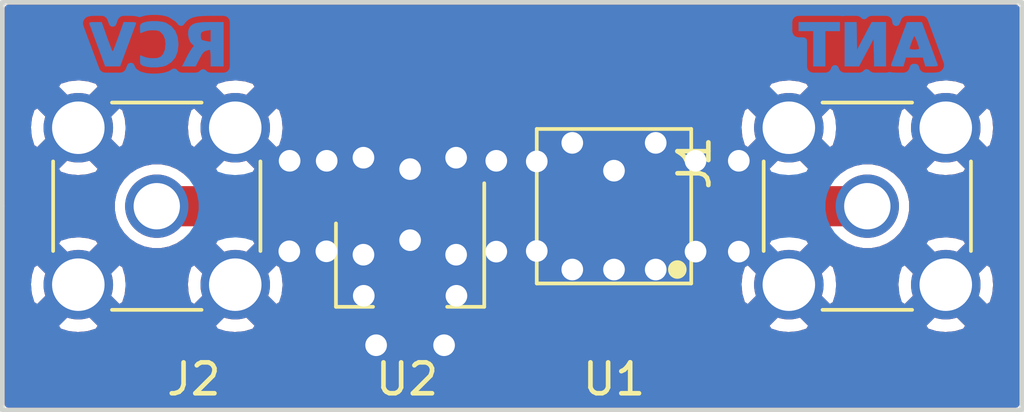
<source format=kicad_pcb>
(kicad_pcb (version 20171130) (host pcbnew 5.1.5+dfsg1-2build2)

  (general
    (thickness 1.6)
    (drawings 5)
    (tracks 37)
    (zones 0)
    (modules 7)
    (nets 5)
  )

  (page A4)
  (layers
    (0 F.Cu signal)
    (31 B.Cu signal)
    (32 B.Adhes user hide)
    (33 F.Adhes user hide)
    (34 B.Paste user hide)
    (35 F.Paste user hide)
    (36 B.SilkS user hide)
    (37 F.SilkS user hide)
    (38 B.Mask user)
    (39 F.Mask user)
    (40 Dwgs.User user hide)
    (41 Cmts.User user hide)
    (42 Eco1.User user hide)
    (43 Eco2.User user hide)
    (44 Edge.Cuts user)
    (45 Margin user hide)
    (46 B.CrtYd user hide)
    (47 F.CrtYd user hide)
    (48 B.Fab user hide)
    (49 F.Fab user hide)
  )

  (setup
    (last_trace_width 0.25)
    (user_trace_width 0.254)
    (user_trace_width 0.381)
    (user_trace_width 0.81)
    (user_trace_width 1.3)
    (user_trace_width 1.46)
    (trace_clearance 0.2)
    (zone_clearance 0)
    (zone_45_only no)
    (trace_min 0.2)
    (via_size 0.95)
    (via_drill 0.7)
    (via_min_size 0.8)
    (via_min_drill 0.7)
    (uvia_size 0.3)
    (uvia_drill 0.1)
    (uvias_allowed no)
    (uvia_min_size 0.2)
    (uvia_min_drill 0.1)
    (edge_width 0.15)
    (segment_width 0.2)
    (pcb_text_width 0.3)
    (pcb_text_size 1.5 1.5)
    (mod_edge_width 0.15)
    (mod_text_size 1 1)
    (mod_text_width 0.15)
    (pad_size 5.7 5.7)
    (pad_drill 3.2)
    (pad_to_mask_clearance 0.051)
    (solder_mask_min_width 0.25)
    (aux_axis_origin 0 0)
    (visible_elements FFFFFF7F)
    (pcbplotparams
      (layerselection 0x010c0_ffffffff)
      (usegerberextensions false)
      (usegerberattributes false)
      (usegerberadvancedattributes false)
      (creategerberjobfile true)
      (excludeedgelayer true)
      (linewidth 0.100000)
      (plotframeref false)
      (viasonmask false)
      (mode 1)
      (useauxorigin false)
      (hpglpennumber 1)
      (hpglpenspeed 20)
      (hpglpendiameter 15.000000)
      (psnegative false)
      (psa4output false)
      (plotreference true)
      (plotvalue true)
      (plotinvisibletext false)
      (padsonsilk false)
      (subtractmaskfromsilk false)
      (outputformat 1)
      (mirror false)
      (drillshape 0)
      (scaleselection 1)
      (outputdirectory ""))
  )

  (net 0 "")
  (net 1 "Net-(J2-Pad1)")
  (net 2 GND)
  (net 3 "Net-(J1-Pad1)")
  (net 4 "Net-(U1-Pad5)")

  (net_class Default "This is the default net class."
    (clearance 0.2)
    (trace_width 0.25)
    (via_dia 0.95)
    (via_drill 0.7)
    (uvia_dia 0.3)
    (uvia_drill 0.1)
    (add_net GND)
  )

  (net_class Tapvonal_vastag ""
    (clearance 0.33)
    (trace_width 1.3)
    (via_dia 0.95)
    (via_drill 0.7)
    (uvia_dia 0.3)
    (uvia_drill 0.1)
    (add_net "Net-(J1-Pad1)")
    (add_net "Net-(J2-Pad1)")
    (add_net "Net-(U1-Pad5)")
  )

  (net_class Tapvonal_vekony ""
    (clearance 0.12)
    (trace_width 0.81)
    (via_dia 0.95)
    (via_drill 0.7)
    (uvia_dia 0.3)
    (uvia_drill 0.1)
  )

  (module 70cm_preamp:RCV (layer B.Cu) (tedit 604A6368) (tstamp 604AAC9D)
    (at 47.6 31.7 180)
    (fp_text reference G*** (at 0 -3) (layer B.SilkS) hide
      (effects (font (size 1.524 1.524) (thickness 0.3)) (justify mirror))
    )
    (fp_text value LOGO (at 0 3) (layer B.SilkS) hide
      (effects (font (size 1.524 1.524) (thickness 0.3)) (justify mirror))
    )
    (fp_poly (pts (xy 1.239299 0.381) (xy 1.297815 0.219588) (xy 1.350101 0.081596) (xy 1.392154 -0.022894)
      (xy 1.419971 -0.083798) (xy 1.428376 -0.09525) (xy 1.445173 -0.066919) (xy 1.478695 0.011348)
      (xy 1.524944 0.129466) (xy 1.579923 0.277348) (xy 1.617152 0.381) (xy 1.786007 0.85725)
      (xy 1.991775 0.85725) (xy 2.108605 0.853621) (xy 2.170166 0.841646) (xy 2.184333 0.819697)
      (xy 2.18369 0.817563) (xy 2.169007 0.777402) (xy 2.135508 0.68677) (xy 2.086544 0.554698)
      (xy 2.025466 0.390222) (xy 1.955623 0.202374) (xy 1.918716 0.103188) (xy 1.667594 -0.5715)
      (xy 1.189905 -0.5715) (xy 0.938783 0.103188) (xy 0.865834 0.299286) (xy 0.799984 0.476499)
      (xy 0.744584 0.625794) (xy 0.702986 0.738136) (xy 0.678539 0.804492) (xy 0.673809 0.817563)
      (xy 0.684692 0.840372) (xy 0.742428 0.853051) (xy 0.854883 0.857234) (xy 0.865049 0.85725)
      (xy 1.070141 0.857251) (xy 1.239299 0.381)) (layer B.Cu) (width 0.01))
    (fp_poly (pts (xy -1.527253 0.853471) (xy -1.362582 0.84056) (xy -1.241386 0.816161) (xy -1.153834 0.777915)
      (xy -1.090095 0.723466) (xy -1.067775 0.69479) (xy -1.025677 0.589641) (xy -1.017537 0.460234)
      (xy -1.039708 0.327384) (xy -1.088541 0.211903) (xy -1.160387 0.134607) (xy -1.166612 0.130924)
      (xy -1.200985 0.105216) (xy -1.194893 0.074294) (xy -1.154115 0.026158) (xy -1.109399 -0.035405)
      (xy -1.048263 -0.136431) (xy -0.981344 -0.258938) (xy -0.955523 -0.309562) (xy -0.824792 -0.5715)
      (xy -1.039459 -0.571363) (xy -1.254125 -0.571227) (xy -1.375035 -0.3357) (xy -1.444768 -0.208763)
      (xy -1.50215 -0.128574) (xy -1.557411 -0.082533) (xy -1.594086 -0.065962) (xy -1.669852 -0.042205)
      (xy -1.718215 -0.031771) (xy -1.719238 -0.03175) (xy -1.731445 -0.061063) (xy -1.740781 -0.139286)
      (xy -1.745787 -0.251844) (xy -1.74625 -0.301625) (xy -1.74625 -0.5715) (xy -2.159 -0.5715)
      (xy -2.159 0.216669) (xy -1.74625 0.216669) (xy -1.611313 0.238602) (xy -1.521072 0.258222)
      (xy -1.457943 0.280876) (xy -1.447271 0.28796) (xy -1.426497 0.33688) (xy -1.418167 0.41275)
      (xy -1.426523 0.493916) (xy -1.461021 0.542866) (xy -1.535807 0.572355) (xy -1.611313 0.586899)
      (xy -1.74625 0.608832) (xy -1.74625 0.216669) (xy -2.159 0.216669) (xy -2.159 0.85725)
      (xy -1.745231 0.857251) (xy -1.527253 0.853471)) (layer B.Cu) (width 0.01))
    (fp_poly (pts (xy 0.309517 0.873124) (xy 0.426321 0.844356) (xy 0.429644 0.842996) (xy 0.497787 0.809088)
      (xy 0.529859 0.767621) (xy 0.5393 0.695343) (xy 0.53975 0.652496) (xy 0.537389 0.566691)
      (xy 0.531412 0.514916) (xy 0.527752 0.508) (xy 0.493611 0.519062) (xy 0.423738 0.546539)
      (xy 0.401772 0.555625) (xy 0.287972 0.587015) (xy 0.15531 0.600343) (xy 0.026625 0.595635)
      (xy -0.075244 0.572912) (xy -0.108578 0.555112) (xy -0.213226 0.444634) (xy -0.270622 0.302812)
      (xy -0.285541 0.149236) (xy -0.264573 -0.042268) (xy -0.201198 -0.186595) (xy -0.120117 -0.267947)
      (xy -0.031088 -0.301951) (xy 0.094826 -0.315957) (xy 0.234213 -0.309878) (xy 0.36366 -0.283628)
      (xy 0.401772 -0.269875) (xy 0.47739 -0.239443) (xy 0.523367 -0.223125) (xy 0.527752 -0.22225)
      (xy 0.534876 -0.250674) (xy 0.539175 -0.322667) (xy 0.53975 -0.366745) (xy 0.535607 -0.457902)
      (xy 0.514221 -0.508927) (xy 0.462151 -0.543072) (xy 0.429644 -0.557245) (xy 0.305989 -0.588842)
      (xy 0.146127 -0.602597) (xy -0.025346 -0.598988) (xy -0.183836 -0.578492) (xy -0.301625 -0.543056)
      (xy -0.474429 -0.432409) (xy -0.597694 -0.282949) (xy -0.671963 -0.093729) (xy -0.697778 0.136198)
      (xy -0.697803 0.149793) (xy -0.671933 0.378956) (xy -0.596511 0.569717) (xy -0.472416 0.720632)
      (xy -0.300525 0.830256) (xy -0.278833 0.839691) (xy -0.16224 0.870099) (xy -0.009096 0.885882)
      (xy 0.156267 0.886929) (xy 0.309517 0.873124)) (layer B.Cu) (width 0.01))
  )

  (module 70cm_preamp:ANT (layer B.Cu) (tedit 604A6335) (tstamp 604AAC32)
    (at 70.6 31.7 180)
    (fp_text reference G*** (at 0 -3) (layer B.SilkS) hide
      (effects (font (size 1.524 1.524) (thickness 0.3)) (justify mirror))
    )
    (fp_text value LOGO (at 0 3) (layer B.SilkS) hide
      (effects (font (size 1.524 1.524) (thickness 0.3)) (justify mirror))
    )
    (fp_poly (pts (xy 2.2225 0.5715) (xy 1.74625 0.5715) (xy 1.74625 -0.5715) (xy 1.36525 -0.5715)
      (xy 1.36525 0.5715) (xy 0.889 0.5715) (xy 0.889 0.85725) (xy 2.2225 0.85725)
      (xy 2.2225 0.5715)) (layer B.Cu) (width 0.01))
    (fp_poly (pts (xy 0.73025 -0.5715) (xy 0.500062 -0.571303) (xy 0.269875 -0.571106) (xy 0.03175 -0.123475)
      (xy -0.206375 0.324155) (xy -0.215185 -0.123672) (xy -0.223994 -0.5715) (xy -0.60325 -0.5715)
      (xy -0.60325 0.85725) (xy -0.373063 0.857228) (xy -0.142875 0.857206) (xy 0.09525 0.404791)
      (xy 0.333375 -0.047625) (xy 0.342184 0.404813) (xy 0.350993 0.85725) (xy 0.73025 0.85725)
      (xy 0.73025 -0.5715)) (layer B.Cu) (width 0.01))
    (fp_poly (pts (xy -1.034034 0.182563) (xy -0.961085 -0.013535) (xy -0.895235 -0.190748) (xy -0.839835 -0.340043)
      (xy -0.798237 -0.452385) (xy -0.77379 -0.518741) (xy -0.76906 -0.531812) (xy -0.779931 -0.554596)
      (xy -0.837606 -0.567275) (xy -0.949958 -0.57148) (xy -0.960852 -0.5715) (xy -1.166498 -0.5715)
      (xy -1.206501 -0.428625) (xy -1.246503 -0.28575) (xy -1.801498 -0.28575) (xy -1.8415 -0.428625)
      (xy -1.881503 -0.5715) (xy -2.087149 -0.5715) (xy -2.203936 -0.567867) (xy -2.265454 -0.555882)
      (xy -2.279576 -0.533916) (xy -2.278941 -0.531812) (xy -2.264258 -0.491651) (xy -2.230759 -0.401019)
      (xy -2.181795 -0.268947) (xy -2.120717 -0.104471) (xy -2.084166 -0.006164) (xy -1.68275 -0.006164)
      (xy -1.654186 -0.020761) (xy -1.581154 -0.030025) (xy -1.524 -0.03175) (xy -1.433429 -0.027146)
      (xy -1.375952 -0.015376) (xy -1.36525 -0.006164) (xy -1.375556 0.04694) (xy -1.401768 0.131546)
      (xy -1.436834 0.229038) (xy -1.473697 0.320799) (xy -1.505304 0.388213) (xy -1.524 0.41275)
      (xy -1.544125 0.385557) (xy -1.576187 0.316386) (xy -1.613132 0.223854) (xy -1.647905 0.126578)
      (xy -1.673452 0.043173) (xy -1.68275 -0.006164) (xy -2.084166 -0.006164) (xy -2.050874 0.083377)
      (xy -2.013967 0.182563) (xy -1.762845 0.85725) (xy -1.285156 0.85725) (xy -1.034034 0.182563)) (layer B.Cu) (width 0.01))
  )

  (module 70cm_preamp:HA5KFU (layer F.Cu) (tedit 604A6222) (tstamp 604AAA6C)
    (at 59.075 31.4)
    (fp_text reference G*** (at 0 3) (layer F.SilkS) hide
      (effects (font (size 1.524 1.524) (thickness 0.3)))
    )
    (fp_text value LOGO (at 0 -3) (layer F.SilkS) hide
      (effects (font (size 1.524 1.524) (thickness 0.3)))
    )
    (fp_poly (pts (xy 2.76225 -0.3175) (xy 2.12725 -0.3175) (xy 2.12725 -0.0635) (xy 2.69875 -0.0635)
      (xy 2.69875 0.22225) (xy 2.12725 0.22225) (xy 2.12725 0.8255) (xy 1.7145 0.8255)
      (xy 1.7145 -0.60325) (xy 2.76225 -0.60325) (xy 2.76225 -0.3175)) (layer F.Cu) (width 0.01))
    (fp_poly (pts (xy 0.609796 -0.376412) (xy 0.619125 -0.149574) (xy 1.104533 -0.60325) (xy 1.571255 -0.60325)
      (xy 1.230273 -0.262269) (xy 0.889291 0.078713) (xy 1.261712 0.452106) (xy 1.634132 0.8255)
      (xy 1.128451 0.8255) (xy 0.86585 0.564263) (xy 0.60325 0.303026) (xy 0.60325 0.8255)
      (xy 0.1905 0.8255) (xy 0.1905 -0.60325) (xy 0.600468 -0.60325) (xy 0.609796 -0.376412)) (layer F.Cu) (width 0.01))
    (fp_poly (pts (xy -1.605534 0.071437) (xy -1.532585 0.267535) (xy -1.466735 0.444748) (xy -1.411335 0.594043)
      (xy -1.369737 0.706385) (xy -1.34529 0.772741) (xy -1.34056 0.785812) (xy -1.351431 0.808596)
      (xy -1.409106 0.821275) (xy -1.521458 0.82548) (xy -1.532352 0.8255) (xy -1.737998 0.8255)
      (xy -1.778 0.682625) (xy -1.818003 0.53975) (xy -2.372998 0.53975) (xy -2.413 0.682625)
      (xy -2.453003 0.8255) (xy -2.658649 0.8255) (xy -2.775436 0.821867) (xy -2.836954 0.809882)
      (xy -2.851076 0.787916) (xy -2.850441 0.785812) (xy -2.835758 0.745651) (xy -2.802259 0.655019)
      (xy -2.753295 0.522947) (xy -2.692217 0.358471) (xy -2.655666 0.260164) (xy -2.25425 0.260164)
      (xy -2.225686 0.274761) (xy -2.152654 0.284025) (xy -2.0955 0.28575) (xy -2.004929 0.281146)
      (xy -1.947452 0.269376) (xy -1.93675 0.260164) (xy -1.947056 0.20706) (xy -1.973268 0.122454)
      (xy -2.008334 0.024962) (xy -2.045197 -0.066799) (xy -2.076804 -0.134213) (xy -2.0955 -0.15875)
      (xy -2.115625 -0.131557) (xy -2.147687 -0.062386) (xy -2.184632 0.030146) (xy -2.219405 0.127422)
      (xy -2.244952 0.210827) (xy -2.25425 0.260164) (xy -2.655666 0.260164) (xy -2.622374 0.170623)
      (xy -2.585467 0.071437) (xy -2.334345 -0.60325) (xy -1.856656 -0.60325) (xy -1.605534 0.071437)) (layer F.Cu) (width 0.01))
    (fp_poly (pts (xy -3.937 -0.0635) (xy -3.429 -0.0635) (xy -3.429 -0.60325) (xy -3.01625 -0.60325)
      (xy -3.01625 0.8255) (xy -3.429 0.8255) (xy -3.429 0.22225) (xy -3.937 0.22225)
      (xy -3.937 0.8255) (xy -4.34975 0.8255) (xy -4.34975 -0.60325) (xy -3.937 -0.60325)
      (xy -3.937 -0.0635)) (layer F.Cu) (width 0.01))
    (fp_poly (pts (xy 4.312633 -0.033988) (xy 4.307661 0.18593) (xy 4.300035 0.352637) (xy 4.286843 0.476421)
      (xy 4.265177 0.567571) (xy 4.232127 0.636374) (xy 4.184783 0.693119) (xy 4.120235 0.748094)
      (xy 4.083576 0.775913) (xy 3.998809 0.813078) (xy 3.871515 0.839027) (xy 3.72185 0.852707)
      (xy 3.569969 0.853063) (xy 3.436026 0.839044) (xy 3.349625 0.814265) (xy 3.252827 0.759621)
      (xy 3.178559 0.689857) (xy 3.124083 0.596614) (xy 3.086665 0.471535) (xy 3.063569 0.306259)
      (xy 3.052061 0.09243) (xy 3.049393 -0.103188) (xy 3.048 -0.60325) (xy 3.46075 -0.60325)
      (xy 3.46075 -0.102315) (xy 3.462398 0.115729) (xy 3.469163 0.278323) (xy 3.483778 0.393473)
      (xy 3.508975 0.469184) (xy 3.547487 0.513462) (xy 3.602044 0.534312) (xy 3.67538 0.539739)
      (xy 3.679879 0.53975) (xy 3.760264 0.535097) (xy 3.820519 0.515768) (xy 3.86383 0.473704)
      (xy 3.893383 0.400847) (xy 3.912362 0.289137) (xy 3.923954 0.130517) (xy 3.931344 -0.083071)
      (xy 3.931711 -0.097319) (xy 3.944586 -0.60325) (xy 4.133864 -0.603251) (xy 4.323142 -0.603251)
      (xy 4.312633 -0.033988)) (layer F.Cu) (width 0.01))
    (fp_poly (pts (xy -0.1905 -0.3175) (xy -0.8255 -0.3175) (xy -0.8255 -0.127) (xy -0.633424 -0.127)
      (xy -0.461318 -0.112651) (xy -0.327279 -0.064437) (xy -0.211493 0.02539) (xy -0.19194 0.045634)
      (xy -0.129091 0.15351) (xy -0.09805 0.294048) (xy -0.099882 0.444348) (xy -0.13565 0.581509)
      (xy -0.164539 0.635) (xy -0.255183 0.73987) (xy -0.367231 0.807977) (xy -0.513309 0.844349)
      (xy -0.706039 0.85401) (xy -0.714375 0.853919) (xy -0.853503 0.848298) (xy -0.984075 0.836486)
      (xy -1.080065 0.820914) (xy -1.087438 0.819064) (xy -1.15851 0.796867) (xy -1.193557 0.766505)
      (xy -1.205311 0.707957) (xy -1.2065 0.631845) (xy -1.20139 0.542318) (xy -1.188349 0.48607)
      (xy -1.178628 0.47625) (xy -1.133468 0.487595) (xy -1.056784 0.515687) (xy -1.036773 0.523875)
      (xy -0.933006 0.553193) (xy -0.808542 0.569968) (xy -0.765325 0.5715) (xy -0.66188 0.56559)
      (xy -0.596412 0.541635) (xy -0.543996 0.490297) (xy -0.542055 0.487843) (xy -0.489278 0.406332)
      (xy -0.484064 0.339585) (xy -0.52668 0.262628) (xy -0.544716 0.239024) (xy -0.58743 0.191086)
      (xy -0.632133 0.167027) (xy -0.699329 0.161296) (xy -0.806653 0.1681) (xy -0.923329 0.180528)
      (xy -1.023425 0.195868) (xy -1.071563 0.206935) (xy -1.143 0.229656) (xy -1.143 -0.60325)
      (xy -0.1905 -0.60325) (xy -0.1905 -0.3175)) (layer F.Cu) (width 0.01))
  )

  (module 70cm_preamp:SMA_Amphenol_901-144_Vertical (layer F.Cu) (tedit 5B2F4C32) (tstamp 6049272C)
    (at 70.6 36.8 270)
    (descr https://www.amphenolrf.com/downloads/dl/file/id/7023/product/3103/901_144_customer_drawing.pdf)
    (tags "SMA THT Female Jack Vertical")
    (path /5DF686B1)
    (fp_text reference J1 (at -1.4 5.6 90) (layer F.SilkS)
      (effects (font (size 1 1) (thickness 0.15)))
    )
    (fp_text value RF_IN (at 0 5 90) (layer F.Fab)
      (effects (font (size 1 1) (thickness 0.15)))
    )
    (fp_circle (center 0 0) (end 3.175 0) (layer F.Fab) (width 0.1))
    (fp_line (start 4.17 4.17) (end -4.17 4.17) (layer F.CrtYd) (width 0.05))
    (fp_line (start 4.17 4.17) (end 4.17 -4.17) (layer F.CrtYd) (width 0.05))
    (fp_line (start -4.17 -4.17) (end -4.17 4.17) (layer F.CrtYd) (width 0.05))
    (fp_line (start -4.17 -4.17) (end 4.17 -4.17) (layer F.CrtYd) (width 0.05))
    (fp_line (start -3.175 -3.175) (end 3.175 -3.175) (layer F.Fab) (width 0.1))
    (fp_line (start -3.175 -3.175) (end -3.175 3.175) (layer F.Fab) (width 0.1))
    (fp_line (start -3.175 3.175) (end 3.175 3.175) (layer F.Fab) (width 0.1))
    (fp_line (start 3.175 -3.175) (end 3.175 3.175) (layer F.Fab) (width 0.1))
    (fp_line (start -3.355 -1.45) (end -3.355 1.45) (layer F.SilkS) (width 0.12))
    (fp_line (start 3.355 -1.45) (end 3.355 1.45) (layer F.SilkS) (width 0.12))
    (fp_line (start -1.45 3.355) (end 1.45 3.355) (layer F.SilkS) (width 0.12))
    (fp_line (start -1.45 -3.355) (end 1.45 -3.355) (layer F.SilkS) (width 0.12))
    (fp_text user %R (at 0 0 90) (layer F.Fab)
      (effects (font (size 1 1) (thickness 0.15)))
    )
    (pad 2 thru_hole circle (at -2.54 2.54 270) (size 2.25 2.25) (drill 1.7) (layers *.Cu *.Mask)
      (net 2 GND))
    (pad 2 thru_hole circle (at -2.54 -2.54 270) (size 2.25 2.25) (drill 1.7) (layers *.Cu *.Mask)
      (net 2 GND))
    (pad 2 thru_hole circle (at 2.54 -2.54 270) (size 2.25 2.25) (drill 1.7) (layers *.Cu *.Mask)
      (net 2 GND))
    (pad 2 thru_hole circle (at 2.54 2.54 270) (size 2.25 2.25) (drill 1.7) (layers *.Cu *.Mask)
      (net 2 GND))
    (pad 1 thru_hole circle (at 0 0 270) (size 2.05 2.05) (drill 1.5) (layers *.Cu *.Mask)
      (net 3 "Net-(J1-Pad1)"))
    (model ${KISYS3DMOD}/Connector_Coaxial.3dshapes/SMA_Amphenol_901-144_Vertical.wrl
      (at (xyz 0 0 0))
      (scale (xyz 1 1 1))
      (rotate (xyz 0 0 0))
    )
  )

  (module 70cm_preamp:SOT-89-3 (layer F.Cu) (tedit 5A02FF57) (tstamp 6049206B)
    (at 55.8 38.2765 270)
    (descr SOT-89-3)
    (tags SOT-89-3)
    (path /60481085)
    (attr smd)
    (fp_text reference U2 (at 4.1235 0.1 180) (layer F.SilkS)
      (effects (font (size 1 1) (thickness 0.15)))
    )
    (fp_text value PGA-103+ (at -3.2765 0 180) (layer F.Fab)
      (effects (font (size 0.9 0.9) (thickness 0.15)))
    )
    (fp_line (start -2.48 2.55) (end -2.48 -2.55) (layer F.CrtYd) (width 0.05))
    (fp_line (start -2.48 2.55) (end 3.23 2.55) (layer F.CrtYd) (width 0.05))
    (fp_line (start 3.23 -2.55) (end -2.48 -2.55) (layer F.CrtYd) (width 0.05))
    (fp_line (start 3.23 -2.55) (end 3.23 2.55) (layer F.CrtYd) (width 0.05))
    (fp_line (start -0.13 -2.3) (end 1.68 -2.3) (layer F.Fab) (width 0.1))
    (fp_line (start -0.92 2.3) (end -0.92 -1.51) (layer F.Fab) (width 0.1))
    (fp_line (start 1.68 2.3) (end -0.92 2.3) (layer F.Fab) (width 0.1))
    (fp_line (start 1.68 -2.3) (end 1.68 2.3) (layer F.Fab) (width 0.1))
    (fp_line (start -0.92 -1.51) (end -0.13 -2.3) (layer F.Fab) (width 0.1))
    (fp_line (start 1.78 -2.4) (end 1.78 -1.2) (layer F.SilkS) (width 0.12))
    (fp_line (start -2.22 -2.4) (end 1.78 -2.4) (layer F.SilkS) (width 0.12))
    (fp_line (start 1.78 2.4) (end -0.92 2.4) (layer F.SilkS) (width 0.12))
    (fp_line (start 1.78 1.2) (end 1.78 2.4) (layer F.SilkS) (width 0.12))
    (fp_text user %R (at 0.38 0) (layer F.Fab)
      (effects (font (size 0.6 0.6) (thickness 0.09)))
    )
    (pad 2 smd trapezoid (at 2.667 0 180) (size 1.6 0.85) (rect_delta 0 0.6 ) (layers F.Cu F.Paste F.Mask)
      (net 2 GND))
    (pad 1 smd rect (at -1.48 -1.5 180) (size 1 1.5) (layers F.Cu F.Paste F.Mask)
      (net 4 "Net-(U1-Pad5)"))
    (pad 2 smd rect (at -1.3335 0 180) (size 1 1.8) (layers F.Cu F.Paste F.Mask)
      (net 2 GND))
    (pad 3 smd rect (at -1.48 1.5 180) (size 1 1.5) (layers F.Cu F.Paste F.Mask)
      (net 1 "Net-(J2-Pad1)"))
    (pad 2 smd rect (at 1.3335 0 180) (size 2.2 1.84) (layers F.Cu F.Paste F.Mask)
      (net 2 GND))
    (pad 2 smd trapezoid (at -0.0762 0) (size 1.5 1) (rect_delta 0 0.7 ) (layers F.Cu F.Paste F.Mask)
      (net 2 GND))
    (model ${KISYS3DMOD}/Package_TO_SOT_SMD.3dshapes/SOT-89-3.wrl
      (at (xyz 0 0 0))
      (scale (xyz 1 1 1))
      (rotate (xyz 0 0 0))
    )
  )

  (module 70cm_preamp:SF2446E-Filter_Custom_HandSolder (layer F.Cu) (tedit 6048B790) (tstamp 60492053)
    (at 62.4 36.8 180)
    (path /604815FC)
    (fp_text reference U1 (at 0 -5.6) (layer F.SilkS)
      (effects (font (size 1 1) (thickness 0.15)))
    )
    (fp_text value SF2446E (at -0.05 3.4) (layer F.Fab)
      (effects (font (size 0.9 0.9) (thickness 0.15)))
    )
    (fp_circle (center -2.05 -2.05) (end -1.9 -2.05) (layer F.SilkS) (width 0.3))
    (fp_line (start -2.5 2.5) (end -2.5 -2.5) (layer F.SilkS) (width 0.12))
    (fp_line (start 2.5 2.5) (end -2.5 2.5) (layer F.SilkS) (width 0.12))
    (fp_line (start 2.5 -2.5) (end 2.5 2.5) (layer F.SilkS) (width 0.12))
    (fp_line (start -2.5 -2.5) (end 2.5 -2.5) (layer F.SilkS) (width 0.12))
    (pad 6 smd rect (at 1.325 -1.19 180) (size 1.55 0.81) (layers F.Cu F.Paste F.Mask)
      (net 2 GND))
    (pad 5 smd rect (at 1.325 0 180) (size 1.55 0.81) (layers F.Cu F.Paste F.Mask)
      (net 4 "Net-(U1-Pad5)"))
    (pad 4 smd rect (at 1.325 1.19 180) (size 1.55 0.81) (layers F.Cu F.Paste F.Mask)
      (net 2 GND))
    (pad 3 smd rect (at -1.325 1.19 180) (size 1.55 0.81) (layers F.Cu F.Paste F.Mask)
      (net 2 GND))
    (pad 2 smd rect (at -1.325 0 180) (size 1.55 0.81) (layers F.Cu F.Paste F.Mask)
      (net 3 "Net-(J1-Pad1)"))
    (pad 1 smd rect (at -1 -1.2 180) (size 2.2 0.81) (layers F.Cu F.Paste F.Mask)
      (net 2 GND))
  )

  (module 70cm_preamp:SMA_Amphenol_901-144_Vertical (layer F.Cu) (tedit 5B2F4C32) (tstamp 6049252A)
    (at 47.6 36.8)
    (descr https://www.amphenolrf.com/downloads/dl/file/id/7023/product/3103/901_144_customer_drawing.pdf)
    (tags "SMA THT Female Jack Vertical")
    (path /5DF66D76)
    (fp_text reference J2 (at 1.2 5.6) (layer F.SilkS)
      (effects (font (size 1 1) (thickness 0.15)))
    )
    (fp_text value RF_OUT (at 0 5) (layer F.Fab)
      (effects (font (size 1 1) (thickness 0.15)))
    )
    (fp_circle (center 0 0) (end 3.175 0) (layer F.Fab) (width 0.1))
    (fp_line (start 4.17 4.17) (end -4.17 4.17) (layer F.CrtYd) (width 0.05))
    (fp_line (start 4.17 4.17) (end 4.17 -4.17) (layer F.CrtYd) (width 0.05))
    (fp_line (start -4.17 -4.17) (end -4.17 4.17) (layer F.CrtYd) (width 0.05))
    (fp_line (start -4.17 -4.17) (end 4.17 -4.17) (layer F.CrtYd) (width 0.05))
    (fp_line (start -3.175 -3.175) (end 3.175 -3.175) (layer F.Fab) (width 0.1))
    (fp_line (start -3.175 -3.175) (end -3.175 3.175) (layer F.Fab) (width 0.1))
    (fp_line (start -3.175 3.175) (end 3.175 3.175) (layer F.Fab) (width 0.1))
    (fp_line (start 3.175 -3.175) (end 3.175 3.175) (layer F.Fab) (width 0.1))
    (fp_line (start -3.355 -1.45) (end -3.355 1.45) (layer F.SilkS) (width 0.12))
    (fp_line (start 3.355 -1.45) (end 3.355 1.45) (layer F.SilkS) (width 0.12))
    (fp_line (start -1.45 3.355) (end 1.45 3.355) (layer F.SilkS) (width 0.12))
    (fp_line (start -1.45 -3.355) (end 1.45 -3.355) (layer F.SilkS) (width 0.12))
    (fp_text user %R (at 0 0) (layer F.Fab)
      (effects (font (size 1 1) (thickness 0.15)))
    )
    (pad 2 thru_hole circle (at -2.54 2.54) (size 2.25 2.25) (drill 1.7) (layers *.Cu *.Mask)
      (net 2 GND))
    (pad 2 thru_hole circle (at -2.54 -2.54) (size 2.25 2.25) (drill 1.7) (layers *.Cu *.Mask)
      (net 2 GND))
    (pad 2 thru_hole circle (at 2.54 -2.54) (size 2.25 2.25) (drill 1.7) (layers *.Cu *.Mask)
      (net 2 GND))
    (pad 2 thru_hole circle (at 2.54 2.54) (size 2.25 2.25) (drill 1.7) (layers *.Cu *.Mask)
      (net 2 GND))
    (pad 1 thru_hole circle (at 0 0) (size 2.05 2.05) (drill 1.5) (layers *.Cu *.Mask)
      (net 1 "Net-(J2-Pad1)"))
    (model ${KISYS3DMOD}/Connector_Coaxial.3dshapes/SMA_Amphenol_901-144_Vertical.wrl
      (at (xyz 0 0 0))
      (scale (xyz 1 1 1))
      (rotate (xyz 0 0 0))
    )
  )

  (gr_line (start 42.6 43.4) (end 42.6 36.8) (layer Edge.Cuts) (width 0.15) (tstamp 604A63AF))
  (gr_line (start 75.6 43.4) (end 42.6 43.4) (layer Edge.Cuts) (width 0.15))
  (gr_line (start 75.6 30.2) (end 75.6 43.4) (layer Edge.Cuts) (width 0.15))
  (gr_line (start 42.6 30.2) (end 75.6 30.2) (layer Edge.Cuts) (width 0.15) (tstamp 604BA014))
  (gr_line (start 42.6 36.8) (end 42.6 30.2) (layer Edge.Cuts) (width 0.15))

  (segment (start 54.2965 36.8) (end 54.3 36.7965) (width 1.3) (layer F.Cu) (net 1))
  (segment (start 47.6 36.8) (end 54.2965 36.8) (width 1.3) (layer F.Cu) (net 1))
  (via (at 54.29 35.23) (size 0.95) (drill 0.7) (layers F.Cu B.Cu) (net 2))
  (via (at 53.1 35.33) (size 0.95) (drill 0.7) (layers F.Cu B.Cu) (net 2))
  (via (at 53.09 38.26) (size 0.95) (drill 0.7) (layers F.Cu B.Cu) (net 2) (tstamp 604B9A49))
  (via (at 54.29 38.37) (size 0.95) (drill 0.7) (layers F.Cu B.Cu) (net 2) (tstamp 604A5BA9))
  (via (at 57.29 35.23) (size 0.95) (drill 0.7) (layers F.Cu B.Cu) (net 2) (tstamp 604A5BAB))
  (via (at 57.29 38.37) (size 0.95) (drill 0.7) (layers F.Cu B.Cu) (net 2) (tstamp 604A5BAD))
  (via (at 62.4 35.65) (size 0.95) (drill 0.7) (layers F.Cu B.Cu) (net 2) (tstamp 604A5BB1))
  (via (at 63.75 34.75) (size 0.95) (drill 0.7) (layers F.Cu B.Cu) (net 2) (tstamp 604A5BF4))
  (via (at 63.75 38.85) (size 0.95) (drill 0.7) (layers F.Cu B.Cu) (net 2) (tstamp 604A5BFE))
  (via (at 59.9 38.25) (size 0.95) (drill 0.7) (layers F.Cu B.Cu) (net 2) (tstamp 604A5C98))
  (via (at 59.9 35.35) (size 0.95) (drill 0.7) (layers F.Cu B.Cu) (net 2) (tstamp 604A5C9A))
  (via (at 58.59 38.27) (size 0.95) (drill 0.7) (layers F.Cu B.Cu) (net 2) (tstamp 604A5C9E))
  (via (at 51.89 38.26) (size 0.95) (drill 0.7) (layers F.Cu B.Cu) (net 2) (tstamp 604B9A46))
  (via (at 51.9 35.33) (size 0.95) (drill 0.7) (layers F.Cu B.Cu) (net 2) (tstamp 604A5CC7))
  (via (at 55.8 37.9) (size 0.95) (drill 0.7) (layers F.Cu B.Cu) (net 2) (tstamp 604A5F12))
  (via (at 54.3 39.7) (size 0.95) (drill 0.7) (layers F.Cu B.Cu) (net 2) (tstamp 604A5F14))
  (via (at 57.3 39.7) (size 0.95) (drill 0.7) (layers F.Cu B.Cu) (net 2) (tstamp 604A5F16))
  (via (at 54.7 41.3) (size 0.95) (drill 0.7) (layers F.Cu B.Cu) (net 2) (tstamp 604A5FE5))
  (via (at 56.9 41.3) (size 0.95) (drill 0.7) (layers F.Cu B.Cu) (net 2) (tstamp 604A5FE7))
  (via (at 61.05 38.85) (size 0.95) (drill 0.7) (layers F.Cu B.Cu) (net 2) (tstamp 604A60DE))
  (via (at 61.05 34.75) (size 0.95) (drill 0.7) (layers F.Cu B.Cu) (net 2) (tstamp 604A60E0))
  (via (at 55.8 35.6) (size 0.95) (drill 0.7) (layers F.Cu B.Cu) (net 2) (tstamp 604A6117))
  (via (at 58.59 35.33) (size 0.95) (drill 0.7) (layers F.Cu B.Cu) (net 2) (tstamp 604A5C9C))
  (via (at 65.04 38.27) (size 0.95) (drill 0.7) (layers F.Cu B.Cu) (net 2) (tstamp 604A7CE4))
  (via (at 65.04 35.33) (size 0.95) (drill 0.7) (layers F.Cu B.Cu) (net 2) (tstamp 604A7CE6))
  (via (at 66.44 35.33) (size 0.95) (drill 0.7) (layers F.Cu B.Cu) (net 2) (tstamp 604A7CE8))
  (via (at 66.44 38.27) (size 0.95) (drill 0.7) (layers F.Cu B.Cu) (net 2) (tstamp 604A7CF2))
  (via (at 62.4 38.85) (size 0.95) (drill 0.7) (layers F.Cu B.Cu) (net 2) (tstamp 604B9DC2))
  (segment (start 70.6 36.8) (end 65.15 36.8) (width 1.3) (layer F.Cu) (net 3))
  (segment (start 63.75 36.8) (end 65.15 36.8) (width 0.81) (layer F.Cu) (net 3))
  (segment (start 63.725 36.8) (end 63.75 36.8) (width 0.81) (layer F.Cu) (net 3))
  (segment (start 57.3 36.7965) (end 59.6465 36.7965) (width 1.3) (layer F.Cu) (net 4))
  (segment (start 60.9 36.8) (end 60.8965 36.7965) (width 0.81) (layer F.Cu) (net 4))
  (segment (start 60.8965 36.7965) (end 59.6465 36.7965) (width 0.81) (layer F.Cu) (net 4))
  (segment (start 61.075 36.8) (end 60.9 36.8) (width 0.81) (layer F.Cu) (net 4))

  (zone (net 2) (net_name GND) (layer F.Cu) (tstamp 604BA68E) (hatch edge 0.508)
    (connect_pads thru_hole_only (clearance 0))
    (min_thickness 0.25)
    (fill yes (arc_segments 32) (thermal_gap 0.4) (thermal_bridge_width 1))
    (polygon
      (pts
        (xy 75.6 43.4) (xy 42.6 43.4) (xy 42.6 30.2) (xy 75.6 30.2)
      )
    )
    (filled_polygon
      (pts
        (xy 75.400001 43.2) (xy 42.8 43.2) (xy 42.8 40.651657) (xy 44.278673 40.651657) (xy 44.414097 40.866998)
        (xy 44.724411 40.963666) (xy 45.047621 40.997938) (xy 45.371307 40.968497) (xy 45.683029 40.876472) (xy 45.705903 40.866998)
        (xy 45.841327 40.651657) (xy 49.358673 40.651657) (xy 49.494097 40.866998) (xy 49.804411 40.963666) (xy 50.127621 40.997938)
        (xy 50.451307 40.968497) (xy 50.763029 40.876472) (xy 50.785903 40.866998) (xy 50.921327 40.651657) (xy 67.278673 40.651657)
        (xy 67.414097 40.866998) (xy 67.724411 40.963666) (xy 68.047621 40.997938) (xy 68.371307 40.968497) (xy 68.683029 40.876472)
        (xy 68.705903 40.866998) (xy 68.841327 40.651657) (xy 72.358673 40.651657) (xy 72.494097 40.866998) (xy 72.804411 40.963666)
        (xy 73.127621 40.997938) (xy 73.451307 40.968497) (xy 73.763029 40.876472) (xy 73.785903 40.866998) (xy 73.921327 40.651657)
        (xy 73.14 39.87033) (xy 72.358673 40.651657) (xy 68.841327 40.651657) (xy 68.06 39.87033) (xy 67.278673 40.651657)
        (xy 50.921327 40.651657) (xy 50.14 39.87033) (xy 49.358673 40.651657) (xy 45.841327 40.651657) (xy 45.06 39.87033)
        (xy 44.278673 40.651657) (xy 42.8 40.651657) (xy 42.8 39.327621) (xy 43.402062 39.327621) (xy 43.431503 39.651307)
        (xy 43.523528 39.963029) (xy 43.533002 39.985903) (xy 43.748343 40.121327) (xy 44.52967 39.34) (xy 45.59033 39.34)
        (xy 46.371657 40.121327) (xy 46.586998 39.985903) (xy 46.683666 39.675589) (xy 46.717938 39.352379) (xy 46.715687 39.327621)
        (xy 48.482062 39.327621) (xy 48.511503 39.651307) (xy 48.603528 39.963029) (xy 48.613002 39.985903) (xy 48.828343 40.121327)
        (xy 49.60967 39.34) (xy 50.67033 39.34) (xy 51.451657 40.121327) (xy 51.666998 39.985903) (xy 51.763666 39.675589)
        (xy 51.797938 39.352379) (xy 51.795687 39.327621) (xy 66.402062 39.327621) (xy 66.431503 39.651307) (xy 66.523528 39.963029)
        (xy 66.533002 39.985903) (xy 66.748343 40.121327) (xy 67.52967 39.34) (xy 68.59033 39.34) (xy 69.371657 40.121327)
        (xy 69.586998 39.985903) (xy 69.683666 39.675589) (xy 69.717938 39.352379) (xy 69.715687 39.327621) (xy 71.482062 39.327621)
        (xy 71.511503 39.651307) (xy 71.603528 39.963029) (xy 71.613002 39.985903) (xy 71.828343 40.121327) (xy 72.60967 39.34)
        (xy 73.67033 39.34) (xy 74.451657 40.121327) (xy 74.666998 39.985903) (xy 74.763666 39.675589) (xy 74.797938 39.352379)
        (xy 74.768497 39.028693) (xy 74.676472 38.716971) (xy 74.666998 38.694097) (xy 74.451657 38.558673) (xy 73.67033 39.34)
        (xy 72.60967 39.34) (xy 71.828343 38.558673) (xy 71.613002 38.694097) (xy 71.516334 39.004411) (xy 71.482062 39.327621)
        (xy 69.715687 39.327621) (xy 69.688497 39.028693) (xy 69.596472 38.716971) (xy 69.586998 38.694097) (xy 69.371657 38.558673)
        (xy 68.59033 39.34) (xy 67.52967 39.34) (xy 66.748343 38.558673) (xy 66.533002 38.694097) (xy 66.436334 39.004411)
        (xy 66.402062 39.327621) (xy 51.795687 39.327621) (xy 51.768497 39.028693) (xy 51.676472 38.716971) (xy 51.666998 38.694097)
        (xy 51.451657 38.558673) (xy 50.67033 39.34) (xy 49.60967 39.34) (xy 48.828343 38.558673) (xy 48.613002 38.694097)
        (xy 48.516334 39.004411) (xy 48.482062 39.327621) (xy 46.715687 39.327621) (xy 46.688497 39.028693) (xy 46.596472 38.716971)
        (xy 46.586998 38.694097) (xy 46.371657 38.558673) (xy 45.59033 39.34) (xy 44.52967 39.34) (xy 43.748343 38.558673)
        (xy 43.533002 38.694097) (xy 43.436334 39.004411) (xy 43.402062 39.327621) (xy 42.8 39.327621) (xy 42.8 38.028343)
        (xy 44.278673 38.028343) (xy 45.06 38.80967) (xy 45.841327 38.028343) (xy 45.705903 37.813002) (xy 45.395589 37.716334)
        (xy 45.072379 37.682062) (xy 44.748693 37.711503) (xy 44.436971 37.803528) (xy 44.414097 37.813002) (xy 44.278673 38.028343)
        (xy 42.8 38.028343) (xy 42.8 36.654233) (xy 46.12 36.654233) (xy 46.12 36.945767) (xy 46.176876 37.2317)
        (xy 46.288441 37.501043) (xy 46.450409 37.743445) (xy 46.656555 37.949591) (xy 46.898957 38.111559) (xy 47.1683 38.223124)
        (xy 47.454233 38.28) (xy 47.745767 38.28) (xy 48.0317 38.223124) (xy 48.301043 38.111559) (xy 48.543445 37.949591)
        (xy 48.588036 37.905) (xy 49.436241 37.905) (xy 49.358673 38.028343) (xy 50.14 38.80967) (xy 50.921327 38.028343)
        (xy 50.843759 37.905) (xy 53.519614 37.905) (xy 53.545993 37.926649) (xy 53.625037 37.968899) (xy 53.710805 37.994916)
        (xy 53.8 38.003701) (xy 54.8 38.003701) (xy 54.889195 37.994916) (xy 54.974963 37.968899) (xy 55.054007 37.926649)
        (xy 55.12329 37.86979) (xy 55.180149 37.800507) (xy 55.222399 37.721463) (xy 55.248416 37.635695) (xy 55.257201 37.5465)
        (xy 55.257201 37.349798) (xy 55.325826 37.22141) (xy 55.389011 37.013117) (xy 55.410345 36.7965) (xy 56.189654 36.7965)
        (xy 56.210989 37.013118) (xy 56.274174 37.221411) (xy 56.342799 37.349799) (xy 56.342799 37.5465) (xy 56.351584 37.635695)
        (xy 56.377601 37.721463) (xy 56.419851 37.800507) (xy 56.47671 37.86979) (xy 56.545993 37.926649) (xy 56.625037 37.968899)
        (xy 56.710805 37.994916) (xy 56.8 38.003701) (xy 57.8 38.003701) (xy 57.889195 37.994916) (xy 57.974963 37.968899)
        (xy 58.054007 37.926649) (xy 58.084651 37.9015) (xy 59.700779 37.9015) (xy 59.863118 37.885511) (xy 60.071411 37.822326)
        (xy 60.263375 37.719719) (xy 60.333461 37.662201) (xy 60.8801 37.662201) (xy 60.9 37.664161) (xy 60.9199 37.662201)
        (xy 61.85 37.662201) (xy 61.939195 37.653416) (xy 62.024963 37.627399) (xy 62.104007 37.585149) (xy 62.17329 37.52829)
        (xy 62.230149 37.459007) (xy 62.272399 37.379963) (xy 62.298416 37.294195) (xy 62.307201 37.205) (xy 62.307201 36.395)
        (xy 62.492799 36.395) (xy 62.492799 37.205) (xy 62.501584 37.294195) (xy 62.527601 37.379963) (xy 62.569851 37.459007)
        (xy 62.62671 37.52829) (xy 62.695993 37.585149) (xy 62.775037 37.627399) (xy 62.860805 37.653416) (xy 62.95 37.662201)
        (xy 64.458774 37.662201) (xy 64.533125 37.723219) (xy 64.725089 37.825826) (xy 64.933382 37.889011) (xy 65.095721 37.905)
        (xy 67.356241 37.905) (xy 67.278673 38.028343) (xy 68.06 38.80967) (xy 68.841327 38.028343) (xy 68.763759 37.905)
        (xy 69.611964 37.905) (xy 69.656555 37.949591) (xy 69.898957 38.111559) (xy 70.1683 38.223124) (xy 70.454233 38.28)
        (xy 70.745767 38.28) (xy 71.0317 38.223124) (xy 71.301043 38.111559) (xy 71.425584 38.028343) (xy 72.358673 38.028343)
        (xy 73.14 38.80967) (xy 73.921327 38.028343) (xy 73.785903 37.813002) (xy 73.475589 37.716334) (xy 73.152379 37.682062)
        (xy 72.828693 37.711503) (xy 72.516971 37.803528) (xy 72.494097 37.813002) (xy 72.358673 38.028343) (xy 71.425584 38.028343)
        (xy 71.543445 37.949591) (xy 71.749591 37.743445) (xy 71.911559 37.501043) (xy 72.023124 37.2317) (xy 72.08 36.945767)
        (xy 72.08 36.654233) (xy 72.023124 36.3683) (xy 71.911559 36.098957) (xy 71.749591 35.856555) (xy 71.543445 35.650409)
        (xy 71.425585 35.571657) (xy 72.358673 35.571657) (xy 72.494097 35.786998) (xy 72.804411 35.883666) (xy 73.127621 35.917938)
        (xy 73.451307 35.888497) (xy 73.763029 35.796472) (xy 73.785903 35.786998) (xy 73.921327 35.571657) (xy 73.14 34.79033)
        (xy 72.358673 35.571657) (xy 71.425585 35.571657) (xy 71.301043 35.488441) (xy 71.0317 35.376876) (xy 70.745767 35.32)
        (xy 70.454233 35.32) (xy 70.1683 35.376876) (xy 69.898957 35.488441) (xy 69.656555 35.650409) (xy 69.611964 35.695)
        (xy 68.763759 35.695) (xy 68.841327 35.571657) (xy 68.06 34.79033) (xy 67.278673 35.571657) (xy 67.356241 35.695)
        (xy 65.095721 35.695) (xy 64.933382 35.710989) (xy 64.725089 35.774174) (xy 64.533125 35.876781) (xy 64.458774 35.937799)
        (xy 62.95 35.937799) (xy 62.860805 35.946584) (xy 62.775037 35.972601) (xy 62.695993 36.014851) (xy 62.62671 36.07171)
        (xy 62.569851 36.140993) (xy 62.527601 36.220037) (xy 62.501584 36.305805) (xy 62.492799 36.395) (xy 62.307201 36.395)
        (xy 62.298416 36.305805) (xy 62.272399 36.220037) (xy 62.230149 36.140993) (xy 62.17329 36.07171) (xy 62.104007 36.014851)
        (xy 62.024963 35.972601) (xy 61.939195 35.946584) (xy 61.85 35.937799) (xy 60.951935 35.937799) (xy 60.938746 35.9365)
        (xy 60.938739 35.9365) (xy 60.8965 35.93234) (xy 60.854261 35.9365) (xy 60.340407 35.9365) (xy 60.263375 35.873281)
        (xy 60.071411 35.770674) (xy 59.863118 35.707489) (xy 59.700779 35.6915) (xy 58.084651 35.6915) (xy 58.054007 35.666351)
        (xy 57.974963 35.624101) (xy 57.889195 35.598084) (xy 57.8 35.589299) (xy 56.8 35.589299) (xy 56.710805 35.598084)
        (xy 56.625037 35.624101) (xy 56.545993 35.666351) (xy 56.47671 35.72321) (xy 56.419851 35.792493) (xy 56.377601 35.871537)
        (xy 56.351584 35.957305) (xy 56.342799 36.0465) (xy 56.342799 36.243201) (xy 56.274174 36.371589) (xy 56.210989 36.579882)
        (xy 56.189654 36.7965) (xy 55.410345 36.7965) (xy 55.389011 36.579882) (xy 55.325826 36.371589) (xy 55.257201 36.243201)
        (xy 55.257201 36.0465) (xy 55.248416 35.957305) (xy 55.222399 35.871537) (xy 55.180149 35.792493) (xy 55.12329 35.72321)
        (xy 55.054007 35.666351) (xy 54.974963 35.624101) (xy 54.889195 35.598084) (xy 54.8 35.589299) (xy 53.8 35.589299)
        (xy 53.710805 35.598084) (xy 53.625037 35.624101) (xy 53.545993 35.666351) (xy 53.511084 35.695) (xy 50.843759 35.695)
        (xy 50.921327 35.571657) (xy 50.14 34.79033) (xy 49.358673 35.571657) (xy 49.436241 35.695) (xy 48.588036 35.695)
        (xy 48.543445 35.650409) (xy 48.301043 35.488441) (xy 48.0317 35.376876) (xy 47.745767 35.32) (xy 47.454233 35.32)
        (xy 47.1683 35.376876) (xy 46.898957 35.488441) (xy 46.656555 35.650409) (xy 46.450409 35.856555) (xy 46.288441 36.098957)
        (xy 46.176876 36.3683) (xy 46.12 36.654233) (xy 42.8 36.654233) (xy 42.8 35.571657) (xy 44.278673 35.571657)
        (xy 44.414097 35.786998) (xy 44.724411 35.883666) (xy 45.047621 35.917938) (xy 45.371307 35.888497) (xy 45.683029 35.796472)
        (xy 45.705903 35.786998) (xy 45.841327 35.571657) (xy 45.06 34.79033) (xy 44.278673 35.571657) (xy 42.8 35.571657)
        (xy 42.8 34.247621) (xy 43.402062 34.247621) (xy 43.431503 34.571307) (xy 43.523528 34.883029) (xy 43.533002 34.905903)
        (xy 43.748343 35.041327) (xy 44.52967 34.26) (xy 45.59033 34.26) (xy 46.371657 35.041327) (xy 46.586998 34.905903)
        (xy 46.683666 34.595589) (xy 46.717938 34.272379) (xy 46.715687 34.247621) (xy 48.482062 34.247621) (xy 48.511503 34.571307)
        (xy 48.603528 34.883029) (xy 48.613002 34.905903) (xy 48.828343 35.041327) (xy 49.60967 34.26) (xy 50.67033 34.26)
        (xy 51.451657 35.041327) (xy 51.666998 34.905903) (xy 51.763666 34.595589) (xy 51.797938 34.272379) (xy 51.795687 34.247621)
        (xy 66.402062 34.247621) (xy 66.431503 34.571307) (xy 66.523528 34.883029) (xy 66.533002 34.905903) (xy 66.748343 35.041327)
        (xy 67.52967 34.26) (xy 68.59033 34.26) (xy 69.371657 35.041327) (xy 69.586998 34.905903) (xy 69.683666 34.595589)
        (xy 69.717938 34.272379) (xy 69.715687 34.247621) (xy 71.482062 34.247621) (xy 71.511503 34.571307) (xy 71.603528 34.883029)
        (xy 71.613002 34.905903) (xy 71.828343 35.041327) (xy 72.60967 34.26) (xy 73.67033 34.26) (xy 74.451657 35.041327)
        (xy 74.666998 34.905903) (xy 74.763666 34.595589) (xy 74.797938 34.272379) (xy 74.768497 33.948693) (xy 74.676472 33.636971)
        (xy 74.666998 33.614097) (xy 74.451657 33.478673) (xy 73.67033 34.26) (xy 72.60967 34.26) (xy 71.828343 33.478673)
        (xy 71.613002 33.614097) (xy 71.516334 33.924411) (xy 71.482062 34.247621) (xy 69.715687 34.247621) (xy 69.688497 33.948693)
        (xy 69.596472 33.636971) (xy 69.586998 33.614097) (xy 69.371657 33.478673) (xy 68.59033 34.26) (xy 67.52967 34.26)
        (xy 66.748343 33.478673) (xy 66.533002 33.614097) (xy 66.436334 33.924411) (xy 66.402062 34.247621) (xy 51.795687 34.247621)
        (xy 51.768497 33.948693) (xy 51.676472 33.636971) (xy 51.666998 33.614097) (xy 51.451657 33.478673) (xy 50.67033 34.26)
        (xy 49.60967 34.26) (xy 48.828343 33.478673) (xy 48.613002 33.614097) (xy 48.516334 33.924411) (xy 48.482062 34.247621)
        (xy 46.715687 34.247621) (xy 46.688497 33.948693) (xy 46.596472 33.636971) (xy 46.586998 33.614097) (xy 46.371657 33.478673)
        (xy 45.59033 34.26) (xy 44.52967 34.26) (xy 43.748343 33.478673) (xy 43.533002 33.614097) (xy 43.436334 33.924411)
        (xy 43.402062 34.247621) (xy 42.8 34.247621) (xy 42.8 32.948343) (xy 44.278673 32.948343) (xy 45.06 33.72967)
        (xy 45.841327 32.948343) (xy 49.358673 32.948343) (xy 50.14 33.72967) (xy 50.921327 32.948343) (xy 67.278673 32.948343)
        (xy 68.06 33.72967) (xy 68.841327 32.948343) (xy 72.358673 32.948343) (xy 73.14 33.72967) (xy 73.921327 32.948343)
        (xy 73.785903 32.733002) (xy 73.475589 32.636334) (xy 73.152379 32.602062) (xy 72.828693 32.631503) (xy 72.516971 32.723528)
        (xy 72.494097 32.733002) (xy 72.358673 32.948343) (xy 68.841327 32.948343) (xy 68.705903 32.733002) (xy 68.395589 32.636334)
        (xy 68.072379 32.602062) (xy 67.748693 32.631503) (xy 67.436971 32.723528) (xy 67.414097 32.733002) (xy 67.278673 32.948343)
        (xy 50.921327 32.948343) (xy 50.785903 32.733002) (xy 50.475589 32.636334) (xy 50.152379 32.602062) (xy 49.828693 32.631503)
        (xy 49.516971 32.723528) (xy 49.494097 32.733002) (xy 49.358673 32.948343) (xy 45.841327 32.948343) (xy 45.705903 32.733002)
        (xy 45.395589 32.636334) (xy 45.072379 32.602062) (xy 44.748693 32.631503) (xy 44.436971 32.723528) (xy 44.414097 32.733002)
        (xy 44.278673 32.948343) (xy 42.8 32.948343) (xy 42.8 30.79675) (xy 54.39525 30.79675) (xy 54.39525 32.2255)
        (xy 54.398273 32.256326) (xy 54.401095 32.287336) (xy 54.401422 32.288448) (xy 54.401535 32.289597) (xy 54.410489 32.319256)
        (xy 54.419279 32.34912) (xy 54.419816 32.350148) (xy 54.42015 32.351253) (xy 54.434691 32.3786) (xy 54.449118 32.406196)
        (xy 54.449843 32.407098) (xy 54.450386 32.408119) (xy 54.469989 32.432154) (xy 54.489474 32.456389) (xy 54.490362 32.457134)
        (xy 54.491092 32.458029) (xy 54.51501 32.477816) (xy 54.538811 32.497787) (xy 54.539823 32.498344) (xy 54.540716 32.499082)
        (xy 54.56803 32.513851) (xy 54.595249 32.528815) (xy 54.596353 32.529165) (xy 54.59737 32.529715) (xy 54.627013 32.538891)
        (xy 54.656639 32.548289) (xy 54.657789 32.548418) (xy 54.658894 32.54876) (xy 54.689762 32.552004) (xy 54.720642 32.555468)
        (xy 54.722864 32.555483) (xy 54.722946 32.555492) (xy 54.723028 32.555485) (xy 54.72525 32.5555) (xy 55.138 32.5555)
        (xy 55.168874 32.552473) (xy 55.199836 32.549655) (xy 55.200948 32.549328) (xy 55.202097 32.549215) (xy 55.231756 32.540261)
        (xy 55.26162 32.531471) (xy 55.262648 32.530934) (xy 55.263753 32.5306) (xy 55.291145 32.516035) (xy 55.318696 32.501632)
        (xy 55.319598 32.500907) (xy 55.320619 32.500364) (xy 55.344654 32.480761) (xy 55.368889 32.461276) (xy 55.369634 32.460388)
        (xy 55.370529 32.459658) (xy 55.390316 32.43574) (xy 55.392004 32.433728) (xy 55.410224 32.456389) (xy 55.411112 32.457134)
        (xy 55.411842 32.458029) (xy 55.43576 32.477816) (xy 55.459561 32.497787) (xy 55.460573 32.498344) (xy 55.461466 32.499082)
        (xy 55.48878 32.513851) (xy 55.515999 32.528815) (xy 55.517103 32.529165) (xy 55.51812 32.529715) (xy 55.547763 32.538891)
        (xy 55.577389 32.548289) (xy 55.578539 32.548418) (xy 55.579644 32.54876) (xy 55.610512 32.552004) (xy 55.641392 32.555468)
        (xy 55.643614 32.555483) (xy 55.643696 32.555492) (xy 55.643778 32.555485) (xy 55.646 32.5555) (xy 56.05875 32.5555)
        (xy 56.089624 32.552473) (xy 56.120586 32.549655) (xy 56.121698 32.549328) (xy 56.122847 32.549215) (xy 56.152506 32.540261)
        (xy 56.17467 32.533737) (xy 56.174941 32.533792) (xy 56.23646 32.545777) (xy 56.260637 32.548073) (xy 56.284699 32.551532)
        (xy 56.289303 32.551707) (xy 56.40609 32.55534) (xy 56.408919 32.555151) (xy 56.411743 32.555468) (xy 56.416351 32.5555)
        (xy 56.621997 32.5555) (xy 56.640225 32.553713) (xy 56.658544 32.55347) (xy 56.672202 32.550577) (xy 56.686094 32.549215)
        (xy 56.703629 32.543921) (xy 56.721551 32.540125) (xy 56.734386 32.534635) (xy 56.74775 32.5306) (xy 56.763925 32.522)
        (xy 56.780766 32.514796) (xy 56.792288 32.506919) (xy 56.804616 32.500364) (xy 56.818815 32.488784) (xy 56.833933 32.478448)
        (xy 56.843708 32.468481) (xy 56.854526 32.459658) (xy 56.866198 32.445549) (xy 56.879029 32.432466) (xy 56.886685 32.420784)
        (xy 56.895579 32.410034) (xy 56.904287 32.393929) (xy 56.914334 32.3786) (xy 56.919575 32.365655) (xy 56.926212 32.35338)
        (xy 56.931629 32.335882) (xy 56.938503 32.318902) (xy 56.939776 32.314474) (xy 56.952298 32.26975) (xy 57.006701 32.26975)
        (xy 57.019222 32.314471) (xy 57.025857 32.33154) (xy 57.031031 32.34912) (xy 57.037501 32.361497) (xy 57.042556 32.3745)
        (xy 57.052379 32.389954) (xy 57.06087 32.406196) (xy 57.069618 32.417076) (xy 57.077104 32.428854) (xy 57.089746 32.44211)
        (xy 57.101226 32.456389) (xy 57.111918 32.46536) (xy 57.121552 32.475463) (xy 57.136534 32.486015) (xy 57.150563 32.497787)
        (xy 57.162793 32.504511) (xy 57.174207 32.51255) (xy 57.190944 32.519987) (xy 57.207001 32.528815) (xy 57.220313 32.533038)
        (xy 57.233062 32.538703) (xy 57.250919 32.542747) (xy 57.268391 32.548289) (xy 57.28227 32.549846) (xy 57.295877 32.552927)
        (xy 57.314184 32.553425) (xy 57.332394 32.555468) (xy 57.337002 32.5555) (xy 57.542648 32.5555) (xy 57.542687 32.555496)
        (xy 57.543254 32.555499) (xy 57.554148 32.555479) (xy 57.557708 32.555123) (xy 57.561278 32.555389) (xy 57.565884 32.555249)
        (xy 57.678237 32.551044) (xy 57.705179 32.54738) (xy 57.73224 32.544537) (xy 57.736748 32.543579) (xy 57.794423 32.5309)
        (xy 57.812214 32.52512) (xy 57.830422 32.520818) (xy 57.837078 32.517786) (xy 57.889184 32.534059) (xy 57.896138 32.535505)
        (xy 57.902788 32.537989) (xy 57.907249 32.539142) (xy 57.914623 32.540992) (xy 57.926235 32.542724) (xy 57.937548 32.545886)
        (xy 57.942091 32.546656) (xy 58.038082 32.562228) (xy 58.04743 32.562818) (xy 58.056607 32.564697) (xy 58.061193 32.565144)
        (xy 58.191765 32.576956) (xy 58.197702 32.576911) (xy 58.203572 32.577811) (xy 58.208175 32.578029) (xy 58.347304 32.58365)
        (xy 58.349866 32.583503) (xy 58.352415 32.583817) (xy 58.357023 32.583899) (xy 58.365358 32.58399) (xy 58.373107 32.583316)
        (xy 58.380878 32.583795) (xy 58.385482 32.583596) (xy 58.578212 32.573935) (xy 58.60752 32.569571) (xy 58.636944 32.565654)
        (xy 58.641423 32.564572) (xy 58.787501 32.5282) (xy 58.801922 32.52307) (xy 58.8168 32.519445) (xy 58.8322 32.512299)
        (xy 58.848181 32.506614) (xy 58.861326 32.498784) (xy 58.875221 32.492336) (xy 58.879175 32.48997) (xy 58.991223 32.421863)
        (xy 58.997812 32.416917) (xy 59.010239 32.432154) (xy 59.029724 32.456389) (xy 59.030612 32.457134) (xy 59.031342 32.458029)
        (xy 59.05526 32.477816) (xy 59.079061 32.497787) (xy 59.080073 32.498344) (xy 59.080966 32.499082) (xy 59.10828 32.513851)
        (xy 59.135499 32.528815) (xy 59.136603 32.529165) (xy 59.13762 32.529715) (xy 59.167263 32.538891) (xy 59.196889 32.548289)
        (xy 59.198039 32.548418) (xy 59.199144 32.54876) (xy 59.230012 32.552004) (xy 59.260892 32.555468) (xy 59.263114 32.555483)
        (xy 59.263196 32.555492) (xy 59.263278 32.555485) (xy 59.2655 32.5555) (xy 59.67825 32.5555) (xy 59.709124 32.552473)
        (xy 59.740086 32.549655) (xy 59.741198 32.549328) (xy 59.742347 32.549215) (xy 59.772006 32.540261) (xy 59.80187 32.531471)
        (xy 59.802898 32.530934) (xy 59.804003 32.5306) (xy 59.831395 32.516035) (xy 59.858946 32.501632) (xy 59.859848 32.500907)
        (xy 59.860869 32.500364) (xy 59.884904 32.480761) (xy 59.909139 32.461276) (xy 59.909884 32.460388) (xy 59.910779 32.459658)
        (xy 59.930566 32.43574) (xy 59.937987 32.426895) (xy 59.970714 32.459452) (xy 59.994004 32.478481) (xy 60.017012 32.497787)
        (xy 60.018908 32.498829) (xy 60.020588 32.500202) (xy 60.047133 32.514347) (xy 60.07345 32.528815) (xy 60.075514 32.52947)
        (xy 60.077427 32.530489) (xy 60.106175 32.539196) (xy 60.13484 32.548289) (xy 60.136996 32.548531) (xy 60.139067 32.549158)
        (xy 60.168947 32.552115) (xy 60.198843 32.555468) (xy 60.203137 32.555498) (xy 60.203159 32.5555) (xy 60.203178 32.555498)
        (xy 60.203451 32.5555) (xy 60.709132 32.5555) (xy 60.740386 32.552435) (xy 60.749782 32.55156) (xy 60.754012 32.552004)
        (xy 60.784892 32.555468) (xy 60.787114 32.555483) (xy 60.787196 32.555492) (xy 60.787278 32.555485) (xy 60.7895 32.5555)
        (xy 61.20225 32.5555) (xy 61.233124 32.552473) (xy 61.264086 32.549655) (xy 61.265198 32.549328) (xy 61.266347 32.549215)
        (xy 61.296006 32.540261) (xy 61.32587 32.531471) (xy 61.326898 32.530934) (xy 61.328003 32.5306) (xy 61.355395 32.516035)
        (xy 61.382946 32.501632) (xy 61.383848 32.500907) (xy 61.384869 32.500364) (xy 61.408904 32.480761) (xy 61.433139 32.461276)
        (xy 61.433884 32.460388) (xy 61.434779 32.459658) (xy 61.454566 32.43574) (xy 61.474537 32.411939) (xy 61.475094 32.410927)
        (xy 61.475832 32.410034) (xy 61.490601 32.38272) (xy 61.505565 32.355501) (xy 61.505915 32.354397) (xy 61.506465 32.35338)
        (xy 61.515641 32.323737) (xy 61.525039 32.294111) (xy 61.525168 32.292961) (xy 61.52551 32.291856) (xy 61.528754 32.260988)
        (xy 61.532218 32.230108) (xy 61.532233 32.227886) (xy 61.532242 32.227804) (xy 61.532235 32.227722) (xy 61.53225 32.2255)
        (xy 61.53225 31.95225) (xy 61.77375 31.95225) (xy 61.804624 31.949223) (xy 61.835586 31.946405) (xy 61.836698 31.946078)
        (xy 61.837847 31.945965) (xy 61.841191 31.944955) (xy 61.844219 31.961691) (xy 61.845509 31.966115) (xy 61.882927 32.091194)
        (xy 61.884721 32.095578) (xy 61.885763 32.100204) (xy 61.896914 32.125375) (xy 61.907319 32.1508) (xy 61.909928 32.154749)
        (xy 61.911851 32.159089) (xy 61.914148 32.163083) (xy 61.968624 32.256326) (xy 61.976222 32.266824) (xy 61.98255 32.278151)
        (xy 61.995071 32.292867) (xy 62.006385 32.3085) (xy 62.015878 32.317322) (xy 62.024284 32.327203) (xy 62.027621 32.330382)
        (xy 62.101889 32.400146) (xy 62.105926 32.403256) (xy 62.109398 32.406985) (xy 62.131413 32.422889) (xy 62.15291 32.439449)
        (xy 62.15747 32.441714) (xy 62.161604 32.4447) (xy 62.165601 32.446993) (xy 62.262399 32.501637) (xy 62.266213 32.503323)
        (xy 62.269687 32.505631) (xy 62.295629 32.516325) (xy 62.321306 32.527674) (xy 62.325377 32.528587) (xy 62.329231 32.530176)
        (xy 62.333651 32.531478) (xy 62.420052 32.556257) (xy 62.44616 32.56105) (xy 62.472095 32.56674) (xy 62.476675 32.567251)
        (xy 62.610618 32.58127) (xy 62.625917 32.58137) (xy 62.641134 32.583041) (xy 62.645742 32.583062) (xy 62.797623 32.582706)
        (xy 62.809925 32.581471) (xy 62.822296 32.581725) (xy 62.826888 32.581337) (xy 62.976553 32.567657) (xy 62.992118 32.564681)
        (xy 63.007909 32.563266) (xy 63.01243 32.562377) (xy 63.139724 32.536428) (xy 63.140142 32.536299) (xy 63.140585 32.536252)
        (xy 63.171123 32.526755) (xy 63.201274 32.517467) (xy 63.20166 32.517259) (xy 63.202084 32.517127) (xy 63.206317 32.515306)
        (xy 63.291084 32.478141) (xy 63.29491 32.475996) (xy 63.299049 32.474523) (xy 63.322995 32.460252) (xy 63.347263 32.446647)
        (xy 63.3506 32.4438) (xy 63.354373 32.441551) (xy 63.358063 32.438791) (xy 63.394722 32.410972) (xy 63.399862 32.406213)
        (xy 63.405677 32.402288) (xy 63.409206 32.399324) (xy 63.473753 32.344349) (xy 63.491611 32.325843) (xy 63.510195 32.308046)
        (xy 63.513172 32.304529) (xy 63.560516 32.247783) (xy 63.564059 32.242577) (xy 63.56838 32.237985) (xy 63.58216 32.215981)
        (xy 63.596753 32.19454) (xy 63.599218 32.188743) (xy 63.602564 32.183401) (xy 63.604588 32.179262) (xy 63.637638 32.110459)
        (xy 63.637922 32.109681) (xy 63.63835 32.108968) (xy 63.648998 32.079345) (xy 63.659726 32.049961) (xy 63.659853 32.049143)
        (xy 63.660135 32.04836) (xy 63.661232 32.043884) (xy 63.682898 31.952734) (xy 63.685424 31.934226) (xy 63.689465 31.915971)
        (xy 63.689985 31.911392) (xy 63.703177 31.787608) (xy 63.703242 31.779914) (xy 63.704448 31.772319) (xy 63.70469 31.767717)
        (xy 63.712316 31.60101) (xy 63.712237 31.599501) (xy 63.712441 31.597995) (xy 63.712577 31.593389) (xy 63.717549 31.373471)
        (xy 63.717544 31.373404) (xy 63.717577 31.372103) (xy 63.728086 30.80284) (xy 63.727935 30.800943) (xy 63.728134 30.799053)
        (xy 63.725385 30.768851) (xy 63.722985 30.738638) (xy 63.72247 30.73681) (xy 63.722297 30.734913) (xy 63.713723 30.70578)
        (xy 63.705511 30.676649) (xy 63.704651 30.674957) (xy 63.704113 30.673129) (xy 63.69006 30.646249) (xy 63.67633 30.619234)
        (xy 63.675154 30.617737) (xy 63.674274 30.616053) (xy 63.655263 30.592408) (xy 63.636552 30.568582) (xy 63.635113 30.567346)
        (xy 63.633918 30.56586) (xy 63.610662 30.546346) (xy 63.587694 30.52662) (xy 63.586038 30.525685) (xy 63.584581 30.524462)
        (xy 63.558 30.509849) (xy 63.531615 30.494946) (xy 63.52981 30.494351) (xy 63.528143 30.493434) (xy 63.499223 30.48426)
        (xy 63.470453 30.474769) (xy 63.468567 30.474536) (xy 63.466753 30.47396) (xy 63.43659 30.470577) (xy 63.406536 30.466856)
        (xy 63.404642 30.466993) (xy 63.40275 30.466781) (xy 63.398142 30.466749) (xy 63.208862 30.466749) (xy 63.019584 30.46675)
        (xy 62.992841 30.469372) (xy 62.966016 30.471127) (xy 62.960829 30.472511) (xy 62.955487 30.473035) (xy 62.92977 30.4808)
        (xy 62.90379 30.487733) (xy 62.898966 30.4901) (xy 62.893831 30.491651) (xy 62.870121 30.504258) (xy 62.845973 30.51611)
        (xy 62.841701 30.519369) (xy 62.836966 30.521887) (xy 62.816158 30.538858) (xy 62.79477 30.555176) (xy 62.791213 30.559203)
        (xy 62.787056 30.562593) (xy 62.777848 30.573724) (xy 62.771526 30.565861) (xy 62.770638 30.565116) (xy 62.769908 30.564221)
        (xy 62.74599 30.544434) (xy 62.722189 30.524463) (xy 62.721177 30.523906) (xy 62.720284 30.523168) (xy 62.69297 30.508399)
        (xy 62.665751 30.493435) (xy 62.664647 30.493085) (xy 62.66363 30.492535) (xy 62.633987 30.483359) (xy 62.604361 30.473961)
        (xy 62.603211 30.473832) (xy 62.602106 30.47349) (xy 62.571238 30.470246) (xy 62.540358 30.466782) (xy 62.538136 30.466767)
        (xy 62.538054 30.466758) (xy 62.537972 30.466765) (xy 62.53575 30.46675) (xy 62.123 30.46675) (xy 62.091619 30.469827)
        (xy 62.060261 30.472769) (xy 62.059594 30.472967) (xy 62.058903 30.473035) (xy 62.028765 30.482134) (xy 61.998528 30.491125)
        (xy 61.997912 30.491449) (xy 61.997247 30.49165) (xy 61.980348 30.500635) (xy 61.967251 30.493435) (xy 61.966147 30.493085)
        (xy 61.96513 30.492535) (xy 61.935487 30.483359) (xy 61.905861 30.473961) (xy 61.904711 30.473832) (xy 61.903606 30.47349)
        (xy 61.872738 30.470246) (xy 61.841858 30.466782) (xy 61.839636 30.466767) (xy 61.839554 30.466758) (xy 61.839472 30.466765)
        (xy 61.83725 30.46675) (xy 60.7895 30.46675) (xy 60.758626 30.469777) (xy 60.727664 30.472595) (xy 60.726552 30.472922)
        (xy 60.725403 30.473035) (xy 60.718509 30.475117) (xy 60.714866 30.473961) (xy 60.714289 30.473896) (xy 60.713739 30.473724)
        (xy 60.682381 30.470317) (xy 60.650863 30.466782) (xy 60.64977 30.466774) (xy 60.649711 30.466768) (xy 60.649647 30.466774)
        (xy 60.646255 30.46675) (xy 60.179533 30.46675) (xy 60.154724 30.469183) (xy 60.129818 30.470516) (xy 60.122719 30.472321)
        (xy 60.115436 30.473035) (xy 60.091583 30.480237) (xy 60.067399 30.486385) (xy 60.060783 30.489536) (xy 60.05378 30.49165)
        (xy 60.031784 30.503346) (xy 60.009251 30.514076) (xy 60.003373 30.518452) (xy 59.996914 30.521886) (xy 59.977604 30.537635)
        (xy 59.95759 30.552534) (xy 59.954201 30.555657) (xy 59.92499 30.582958) (xy 59.911244 30.565861) (xy 59.905149 30.560747)
        (xy 59.899874 30.554796) (xy 59.880527 30.540087) (xy 59.861907 30.524463) (xy 59.854937 30.520631) (xy 59.848605 30.515817)
        (xy 59.826774 30.505148) (xy 59.805469 30.493435) (xy 59.797884 30.491029) (xy 59.790741 30.487538) (xy 59.767257 30.481313)
        (xy 59.744079 30.473961) (xy 59.736171 30.473074) (xy 59.728486 30.471037) (xy 59.704237 30.469492) (xy 59.680076 30.466782)
        (xy 59.675468 30.46675) (xy 59.2655 30.46675) (xy 59.234626 30.469777) (xy 59.203664 30.472595) (xy 59.202552 30.472922)
        (xy 59.201403 30.473035) (xy 59.171744 30.481989) (xy 59.14188 30.490779) (xy 59.140852 30.491316) (xy 59.139747 30.49165)
        (xy 59.112355 30.506215) (xy 59.084804 30.520618) (xy 59.083902 30.521343) (xy 59.082881 30.521886) (xy 59.075268 30.528095)
        (xy 59.070939 30.524463) (xy 59.069927 30.523906) (xy 59.069034 30.523168) (xy 59.04172 30.508399) (xy 59.014501 30.493435)
        (xy 59.013397 30.493085) (xy 59.01238 30.492535) (xy 58.982737 30.483359) (xy 58.953111 30.473961) (xy 58.951961 30.473832)
        (xy 58.950856 30.47349) (xy 58.919988 30.470246) (xy 58.889108 30.466782) (xy 58.886886 30.466767) (xy 58.886804 30.466758)
        (xy 58.886722 30.466765) (xy 58.8845 30.46675) (xy 57.932 30.46675) (xy 57.901126 30.469777) (xy 57.870164 30.472595)
        (xy 57.869052 30.472922) (xy 57.867903 30.473035) (xy 57.838244 30.481989) (xy 57.80838 30.490779) (xy 57.807352 30.491316)
        (xy 57.806247 30.49165) (xy 57.778855 30.506215) (xy 57.751304 30.520618) (xy 57.750402 30.521343) (xy 57.749381 30.521886)
        (xy 57.725346 30.541489) (xy 57.701111 30.560974) (xy 57.700366 30.561862) (xy 57.699471 30.562592) (xy 57.679684 30.58651)
        (xy 57.659713 30.610311) (xy 57.659156 30.611323) (xy 57.658418 30.612216) (xy 57.643649 30.63953) (xy 57.628685 30.666749)
        (xy 57.628335 30.667853) (xy 57.627785 30.66887) (xy 57.618609 30.698513) (xy 57.609211 30.728139) (xy 57.609082 30.729289)
        (xy 57.60874 30.730394) (xy 57.605496 30.761262) (xy 57.602032 30.792142) (xy 57.602017 30.794364) (xy 57.602008 30.794446)
        (xy 57.602015 30.794528) (xy 57.602 30.79675) (xy 57.602 30.881484) (xy 57.527616 30.681637) (xy 57.525608 30.677522)
        (xy 57.524315 30.67313) (xy 57.511498 30.648614) (xy 57.499367 30.623759) (xy 57.496598 30.620113) (xy 57.494476 30.616054)
        (xy 57.477138 30.59449) (xy 57.460414 30.572469) (xy 57.45699 30.569431) (xy 57.45412 30.565861) (xy 57.432932 30.548082)
        (xy 57.412241 30.529722) (xy 57.408289 30.527405) (xy 57.404783 30.524463) (xy 57.380545 30.511138) (xy 57.356682 30.497146)
        (xy 57.35236 30.495642) (xy 57.348345 30.493435) (xy 57.321963 30.485066) (xy 57.295854 30.475982) (xy 57.291322 30.475346)
        (xy 57.286955 30.473961) (xy 57.259447 30.470876) (xy 57.232073 30.467036) (xy 57.227504 30.467293) (xy 57.222952 30.466782)
        (xy 57.218344 30.46675) (xy 56.740655 30.46675) (xy 56.736099 30.467197) (xy 56.73153 30.466876) (xy 56.704078 30.470336)
        (xy 56.676558 30.473035) (xy 56.672176 30.474358) (xy 56.667631 30.474931) (xy 56.641376 30.483657) (xy 56.614902 30.49165)
        (xy 56.61086 30.493799) (xy 56.606513 30.495244) (xy 56.582462 30.508899) (xy 56.558036 30.521886) (xy 56.554486 30.524782)
        (xy 56.550506 30.527041) (xy 56.529565 30.545106) (xy 56.508126 30.562592) (xy 56.505208 30.566119) (xy 56.50174 30.569111)
        (xy 56.484697 30.590912) (xy 56.467073 30.612216) (xy 56.464896 30.616242) (xy 56.462074 30.619852) (xy 56.449586 30.644557)
        (xy 56.43644 30.66887) (xy 56.435087 30.673241) (xy 56.43302 30.67733) (xy 56.431383 30.681638) (xy 56.388706 30.796298)
        (xy 56.385723 30.765876) (xy 56.382905 30.734914) (xy 56.382578 30.733802) (xy 56.382465 30.732653) (xy 56.373511 30.702994)
        (xy 56.364721 30.67313) (xy 56.364184 30.672102) (xy 56.36385 30.670997) (xy 56.349285 30.643605) (xy 56.334882 30.616054)
        (xy 56.334157 30.615152) (xy 56.333614 30.614131) (xy 56.314011 30.590096) (xy 56.294526 30.565861) (xy 56.293638 30.565116)
        (xy 56.292908 30.564221) (xy 56.26899 30.544434) (xy 56.245189 30.524463) (xy 56.244177 30.523906) (xy 56.243284 30.523168)
        (xy 56.21597 30.508399) (xy 56.188751 30.493435) (xy 56.187647 30.493085) (xy 56.18663 30.492535) (xy 56.156987 30.483359)
        (xy 56.127361 30.473961) (xy 56.126211 30.473832) (xy 56.125106 30.47349) (xy 56.094238 30.470246) (xy 56.063358 30.466782)
        (xy 56.061136 30.466767) (xy 56.061054 30.466758) (xy 56.060972 30.466765) (xy 56.05875 30.46675) (xy 55.646 30.46675)
        (xy 55.615126 30.469777) (xy 55.584164 30.472595) (xy 55.583052 30.472922) (xy 55.581903 30.473035) (xy 55.552244 30.481989)
        (xy 55.52238 30.490779) (xy 55.521352 30.491316) (xy 55.520247 30.49165) (xy 55.492855 30.506215) (xy 55.465304 30.520618)
        (xy 55.464402 30.521343) (xy 55.463381 30.521886) (xy 55.439346 30.541489) (xy 55.415111 30.560974) (xy 55.414366 30.561862)
        (xy 55.413471 30.562592) (xy 55.393684 30.58651) (xy 55.391996 30.588522) (xy 55.373776 30.565861) (xy 55.372888 30.565116)
        (xy 55.372158 30.564221) (xy 55.34824 30.544434) (xy 55.324439 30.524463) (xy 55.323427 30.523906) (xy 55.322534 30.523168)
        (xy 55.29522 30.508399) (xy 55.268001 30.493435) (xy 55.266897 30.493085) (xy 55.26588 30.492535) (xy 55.236237 30.483359)
        (xy 55.206611 30.473961) (xy 55.205461 30.473832) (xy 55.204356 30.47349) (xy 55.173488 30.470246) (xy 55.142608 30.466782)
        (xy 55.140386 30.466767) (xy 55.140304 30.466758) (xy 55.140222 30.466765) (xy 55.138 30.46675) (xy 54.72525 30.46675)
        (xy 54.694376 30.469777) (xy 54.663414 30.472595) (xy 54.662302 30.472922) (xy 54.661153 30.473035) (xy 54.631494 30.481989)
        (xy 54.60163 30.490779) (xy 54.600602 30.491316) (xy 54.599497 30.49165) (xy 54.572105 30.506215) (xy 54.544554 30.520618)
        (xy 54.543652 30.521343) (xy 54.542631 30.521886) (xy 54.518596 30.541489) (xy 54.494361 30.560974) (xy 54.493616 30.561862)
        (xy 54.492721 30.562592) (xy 54.472934 30.58651) (xy 54.452963 30.610311) (xy 54.452406 30.611323) (xy 54.451668 30.612216)
        (xy 54.436899 30.63953) (xy 54.421935 30.666749) (xy 54.421585 30.667853) (xy 54.421035 30.66887) (xy 54.411859 30.698513)
        (xy 54.402461 30.728139) (xy 54.402332 30.729289) (xy 54.40199 30.730394) (xy 54.398746 30.761262) (xy 54.395282 30.792142)
        (xy 54.395267 30.794364) (xy 54.395258 30.794446) (xy 54.395265 30.794528) (xy 54.39525 30.79675) (xy 42.8 30.79675)
        (xy 42.8 30.4) (xy 75.4 30.4)
      )
    )
  )
  (zone (net 2) (net_name GND) (layer B.Cu) (tstamp 604BA68B) (hatch edge 0.508)
    (connect_pads thru_hole_only (clearance 0))
    (min_thickness 0.25)
    (fill yes (arc_segments 32) (thermal_gap 0.4) (thermal_bridge_width 1))
    (polygon
      (pts
        (xy 75.6 43.4) (xy 42.6 43.4) (xy 42.6 30.2) (xy 75.6 30.2)
      )
    )
    (filled_polygon
      (pts
        (xy 75.400001 43.2) (xy 42.8 43.2) (xy 42.8 40.651657) (xy 44.278673 40.651657) (xy 44.414097 40.866998)
        (xy 44.724411 40.963666) (xy 45.047621 40.997938) (xy 45.371307 40.968497) (xy 45.683029 40.876472) (xy 45.705903 40.866998)
        (xy 45.841327 40.651657) (xy 49.358673 40.651657) (xy 49.494097 40.866998) (xy 49.804411 40.963666) (xy 50.127621 40.997938)
        (xy 50.451307 40.968497) (xy 50.763029 40.876472) (xy 50.785903 40.866998) (xy 50.921327 40.651657) (xy 67.278673 40.651657)
        (xy 67.414097 40.866998) (xy 67.724411 40.963666) (xy 68.047621 40.997938) (xy 68.371307 40.968497) (xy 68.683029 40.876472)
        (xy 68.705903 40.866998) (xy 68.841327 40.651657) (xy 72.358673 40.651657) (xy 72.494097 40.866998) (xy 72.804411 40.963666)
        (xy 73.127621 40.997938) (xy 73.451307 40.968497) (xy 73.763029 40.876472) (xy 73.785903 40.866998) (xy 73.921327 40.651657)
        (xy 73.14 39.87033) (xy 72.358673 40.651657) (xy 68.841327 40.651657) (xy 68.06 39.87033) (xy 67.278673 40.651657)
        (xy 50.921327 40.651657) (xy 50.14 39.87033) (xy 49.358673 40.651657) (xy 45.841327 40.651657) (xy 45.06 39.87033)
        (xy 44.278673 40.651657) (xy 42.8 40.651657) (xy 42.8 39.327621) (xy 43.402062 39.327621) (xy 43.431503 39.651307)
        (xy 43.523528 39.963029) (xy 43.533002 39.985903) (xy 43.748343 40.121327) (xy 44.52967 39.34) (xy 45.59033 39.34)
        (xy 46.371657 40.121327) (xy 46.586998 39.985903) (xy 46.683666 39.675589) (xy 46.717938 39.352379) (xy 46.715687 39.327621)
        (xy 48.482062 39.327621) (xy 48.511503 39.651307) (xy 48.603528 39.963029) (xy 48.613002 39.985903) (xy 48.828343 40.121327)
        (xy 49.60967 39.34) (xy 50.67033 39.34) (xy 51.451657 40.121327) (xy 51.666998 39.985903) (xy 51.763666 39.675589)
        (xy 51.797938 39.352379) (xy 51.795687 39.327621) (xy 66.402062 39.327621) (xy 66.431503 39.651307) (xy 66.523528 39.963029)
        (xy 66.533002 39.985903) (xy 66.748343 40.121327) (xy 67.52967 39.34) (xy 68.59033 39.34) (xy 69.371657 40.121327)
        (xy 69.586998 39.985903) (xy 69.683666 39.675589) (xy 69.717938 39.352379) (xy 69.715687 39.327621) (xy 71.482062 39.327621)
        (xy 71.511503 39.651307) (xy 71.603528 39.963029) (xy 71.613002 39.985903) (xy 71.828343 40.121327) (xy 72.60967 39.34)
        (xy 73.67033 39.34) (xy 74.451657 40.121327) (xy 74.666998 39.985903) (xy 74.763666 39.675589) (xy 74.797938 39.352379)
        (xy 74.768497 39.028693) (xy 74.676472 38.716971) (xy 74.666998 38.694097) (xy 74.451657 38.558673) (xy 73.67033 39.34)
        (xy 72.60967 39.34) (xy 71.828343 38.558673) (xy 71.613002 38.694097) (xy 71.516334 39.004411) (xy 71.482062 39.327621)
        (xy 69.715687 39.327621) (xy 69.688497 39.028693) (xy 69.596472 38.716971) (xy 69.586998 38.694097) (xy 69.371657 38.558673)
        (xy 68.59033 39.34) (xy 67.52967 39.34) (xy 66.748343 38.558673) (xy 66.533002 38.694097) (xy 66.436334 39.004411)
        (xy 66.402062 39.327621) (xy 51.795687 39.327621) (xy 51.768497 39.028693) (xy 51.676472 38.716971) (xy 51.666998 38.694097)
        (xy 51.451657 38.558673) (xy 50.67033 39.34) (xy 49.60967 39.34) (xy 48.828343 38.558673) (xy 48.613002 38.694097)
        (xy 48.516334 39.004411) (xy 48.482062 39.327621) (xy 46.715687 39.327621) (xy 46.688497 39.028693) (xy 46.596472 38.716971)
        (xy 46.586998 38.694097) (xy 46.371657 38.558673) (xy 45.59033 39.34) (xy 44.52967 39.34) (xy 43.748343 38.558673)
        (xy 43.533002 38.694097) (xy 43.436334 39.004411) (xy 43.402062 39.327621) (xy 42.8 39.327621) (xy 42.8 38.028343)
        (xy 44.278673 38.028343) (xy 45.06 38.80967) (xy 45.841327 38.028343) (xy 45.705903 37.813002) (xy 45.395589 37.716334)
        (xy 45.072379 37.682062) (xy 44.748693 37.711503) (xy 44.436971 37.803528) (xy 44.414097 37.813002) (xy 44.278673 38.028343)
        (xy 42.8 38.028343) (xy 42.8 36.654233) (xy 46.12 36.654233) (xy 46.12 36.945767) (xy 46.176876 37.2317)
        (xy 46.288441 37.501043) (xy 46.450409 37.743445) (xy 46.656555 37.949591) (xy 46.898957 38.111559) (xy 47.1683 38.223124)
        (xy 47.454233 38.28) (xy 47.745767 38.28) (xy 48.0317 38.223124) (xy 48.301043 38.111559) (xy 48.425584 38.028343)
        (xy 49.358673 38.028343) (xy 50.14 38.80967) (xy 50.921327 38.028343) (xy 67.278673 38.028343) (xy 68.06 38.80967)
        (xy 68.841327 38.028343) (xy 68.705903 37.813002) (xy 68.395589 37.716334) (xy 68.072379 37.682062) (xy 67.748693 37.711503)
        (xy 67.436971 37.803528) (xy 67.414097 37.813002) (xy 67.278673 38.028343) (xy 50.921327 38.028343) (xy 50.785903 37.813002)
        (xy 50.475589 37.716334) (xy 50.152379 37.682062) (xy 49.828693 37.711503) (xy 49.516971 37.803528) (xy 49.494097 37.813002)
        (xy 49.358673 38.028343) (xy 48.425584 38.028343) (xy 48.543445 37.949591) (xy 48.749591 37.743445) (xy 48.911559 37.501043)
        (xy 49.023124 37.2317) (xy 49.08 36.945767) (xy 49.08 36.654233) (xy 69.12 36.654233) (xy 69.12 36.945767)
        (xy 69.176876 37.2317) (xy 69.288441 37.501043) (xy 69.450409 37.743445) (xy 69.656555 37.949591) (xy 69.898957 38.111559)
        (xy 70.1683 38.223124) (xy 70.454233 38.28) (xy 70.745767 38.28) (xy 71.0317 38.223124) (xy 71.301043 38.111559)
        (xy 71.425584 38.028343) (xy 72.358673 38.028343) (xy 73.14 38.80967) (xy 73.921327 38.028343) (xy 73.785903 37.813002)
        (xy 73.475589 37.716334) (xy 73.152379 37.682062) (xy 72.828693 37.711503) (xy 72.516971 37.803528) (xy 72.494097 37.813002)
        (xy 72.358673 38.028343) (xy 71.425584 38.028343) (xy 71.543445 37.949591) (xy 71.749591 37.743445) (xy 71.911559 37.501043)
        (xy 72.023124 37.2317) (xy 72.08 36.945767) (xy 72.08 36.654233) (xy 72.023124 36.3683) (xy 71.911559 36.098957)
        (xy 71.749591 35.856555) (xy 71.543445 35.650409) (xy 71.425585 35.571657) (xy 72.358673 35.571657) (xy 72.494097 35.786998)
        (xy 72.804411 35.883666) (xy 73.127621 35.917938) (xy 73.451307 35.888497) (xy 73.763029 35.796472) (xy 73.785903 35.786998)
        (xy 73.921327 35.571657) (xy 73.14 34.79033) (xy 72.358673 35.571657) (xy 71.425585 35.571657) (xy 71.301043 35.488441)
        (xy 71.0317 35.376876) (xy 70.745767 35.32) (xy 70.454233 35.32) (xy 70.1683 35.376876) (xy 69.898957 35.488441)
        (xy 69.656555 35.650409) (xy 69.450409 35.856555) (xy 69.288441 36.098957) (xy 69.176876 36.3683) (xy 69.12 36.654233)
        (xy 49.08 36.654233) (xy 49.023124 36.3683) (xy 48.911559 36.098957) (xy 48.749591 35.856555) (xy 48.543445 35.650409)
        (xy 48.425585 35.571657) (xy 49.358673 35.571657) (xy 49.494097 35.786998) (xy 49.804411 35.883666) (xy 50.127621 35.917938)
        (xy 50.451307 35.888497) (xy 50.763029 35.796472) (xy 50.785903 35.786998) (xy 50.921327 35.571657) (xy 67.278673 35.571657)
        (xy 67.414097 35.786998) (xy 67.724411 35.883666) (xy 68.047621 35.917938) (xy 68.371307 35.888497) (xy 68.683029 35.796472)
        (xy 68.705903 35.786998) (xy 68.841327 35.571657) (xy 68.06 34.79033) (xy 67.278673 35.571657) (xy 50.921327 35.571657)
        (xy 50.14 34.79033) (xy 49.358673 35.571657) (xy 48.425585 35.571657) (xy 48.301043 35.488441) (xy 48.0317 35.376876)
        (xy 47.745767 35.32) (xy 47.454233 35.32) (xy 47.1683 35.376876) (xy 46.898957 35.488441) (xy 46.656555 35.650409)
        (xy 46.450409 35.856555) (xy 46.288441 36.098957) (xy 46.176876 36.3683) (xy 46.12 36.654233) (xy 42.8 36.654233)
        (xy 42.8 35.571657) (xy 44.278673 35.571657) (xy 44.414097 35.786998) (xy 44.724411 35.883666) (xy 45.047621 35.917938)
        (xy 45.371307 35.888497) (xy 45.683029 35.796472) (xy 45.705903 35.786998) (xy 45.841327 35.571657) (xy 45.06 34.79033)
        (xy 44.278673 35.571657) (xy 42.8 35.571657) (xy 42.8 34.247621) (xy 43.402062 34.247621) (xy 43.431503 34.571307)
        (xy 43.523528 34.883029) (xy 43.533002 34.905903) (xy 43.748343 35.041327) (xy 44.52967 34.26) (xy 45.59033 34.26)
        (xy 46.371657 35.041327) (xy 46.586998 34.905903) (xy 46.683666 34.595589) (xy 46.717938 34.272379) (xy 46.715687 34.247621)
        (xy 48.482062 34.247621) (xy 48.511503 34.571307) (xy 48.603528 34.883029) (xy 48.613002 34.905903) (xy 48.828343 35.041327)
        (xy 49.60967 34.26) (xy 50.67033 34.26) (xy 51.451657 35.041327) (xy 51.666998 34.905903) (xy 51.763666 34.595589)
        (xy 51.797938 34.272379) (xy 51.795687 34.247621) (xy 66.402062 34.247621) (xy 66.431503 34.571307) (xy 66.523528 34.883029)
        (xy 66.533002 34.905903) (xy 66.748343 35.041327) (xy 67.52967 34.26) (xy 68.59033 34.26) (xy 69.371657 35.041327)
        (xy 69.586998 34.905903) (xy 69.683666 34.595589) (xy 69.717938 34.272379) (xy 69.715687 34.247621) (xy 71.482062 34.247621)
        (xy 71.511503 34.571307) (xy 71.603528 34.883029) (xy 71.613002 34.905903) (xy 71.828343 35.041327) (xy 72.60967 34.26)
        (xy 73.67033 34.26) (xy 74.451657 35.041327) (xy 74.666998 34.905903) (xy 74.763666 34.595589) (xy 74.797938 34.272379)
        (xy 74.768497 33.948693) (xy 74.676472 33.636971) (xy 74.666998 33.614097) (xy 74.451657 33.478673) (xy 73.67033 34.26)
        (xy 72.60967 34.26) (xy 71.828343 33.478673) (xy 71.613002 33.614097) (xy 71.516334 33.924411) (xy 71.482062 34.247621)
        (xy 69.715687 34.247621) (xy 69.688497 33.948693) (xy 69.596472 33.636971) (xy 69.586998 33.614097) (xy 69.371657 33.478673)
        (xy 68.59033 34.26) (xy 67.52967 34.26) (xy 66.748343 33.478673) (xy 66.533002 33.614097) (xy 66.436334 33.924411)
        (xy 66.402062 34.247621) (xy 51.795687 34.247621) (xy 51.768497 33.948693) (xy 51.676472 33.636971) (xy 51.666998 33.614097)
        (xy 51.451657 33.478673) (xy 50.67033 34.26) (xy 49.60967 34.26) (xy 48.828343 33.478673) (xy 48.613002 33.614097)
        (xy 48.516334 33.924411) (xy 48.482062 34.247621) (xy 46.715687 34.247621) (xy 46.688497 33.948693) (xy 46.596472 33.636971)
        (xy 46.586998 33.614097) (xy 46.371657 33.478673) (xy 45.59033 34.26) (xy 44.52967 34.26) (xy 43.748343 33.478673)
        (xy 43.533002 33.614097) (xy 43.436334 33.924411) (xy 43.402062 34.247621) (xy 42.8 34.247621) (xy 42.8 32.948343)
        (xy 44.278673 32.948343) (xy 45.06 33.72967) (xy 45.841327 32.948343) (xy 49.358673 32.948343) (xy 50.14 33.72967)
        (xy 50.921327 32.948343) (xy 67.278673 32.948343) (xy 68.06 33.72967) (xy 68.841327 32.948343) (xy 72.358673 32.948343)
        (xy 73.14 33.72967) (xy 73.921327 32.948343) (xy 73.785903 32.733002) (xy 73.475589 32.636334) (xy 73.152379 32.602062)
        (xy 72.828693 32.631503) (xy 72.516971 32.723528) (xy 72.494097 32.733002) (xy 72.358673 32.948343) (xy 68.841327 32.948343)
        (xy 68.705903 32.733002) (xy 68.395589 32.636334) (xy 68.072379 32.602062) (xy 67.748693 32.631503) (xy 67.436971 32.723528)
        (xy 67.414097 32.733002) (xy 67.278673 32.948343) (xy 50.921327 32.948343) (xy 50.785903 32.733002) (xy 50.475589 32.636334)
        (xy 50.152379 32.602062) (xy 49.828693 32.631503) (xy 49.516971 32.723528) (xy 49.494097 32.733002) (xy 49.358673 32.948343)
        (xy 45.841327 32.948343) (xy 45.705903 32.733002) (xy 45.395589 32.636334) (xy 45.072379 32.602062) (xy 44.748693 32.631503)
        (xy 44.436971 32.723528) (xy 44.414097 32.733002) (xy 44.278673 32.948343) (xy 42.8 32.948343) (xy 42.8 30.884679)
        (xy 45.085696 30.884679) (xy 45.086977 30.89617) (xy 45.086809 30.907734) (xy 45.089252 30.921087) (xy 45.089588 30.928835)
        (xy 45.091488 30.93664) (xy 45.092831 30.948687) (xy 45.096318 30.959706) (xy 45.0984 30.971087) (xy 45.099699 30.975508)
        (xy 45.100342 30.977642) (xy 45.103103 30.984352) (xy 45.104822 30.991412) (xy 45.106374 30.995751) (xy 45.121057 31.035912)
        (xy 45.121086 31.035972) (xy 45.12146 31.037006) (xy 45.154959 31.127638) (xy 45.154967 31.127654) (xy 45.155072 31.127944)
        (xy 45.204036 31.260015) (xy 45.204041 31.260025) (xy 45.204098 31.260182) (xy 45.265175 31.424657) (xy 45.265181 31.424669)
        (xy 45.265222 31.424782) (xy 45.335058 31.612612) (xy 45.335094 31.61271) (xy 45.372001 31.711896) (xy 45.372004 31.711902)
        (xy 45.372012 31.711924) (xy 45.623134 32.386612) (xy 45.625142 32.390725) (xy 45.626435 32.39512) (xy 45.639255 32.419642)
        (xy 45.651383 32.444491) (xy 45.654152 32.448137) (xy 45.656274 32.452196) (xy 45.673612 32.47376) (xy 45.690336 32.495781)
        (xy 45.69376 32.498819) (xy 45.69663 32.502389) (xy 45.717818 32.520168) (xy 45.738509 32.538528) (xy 45.742461 32.540845)
        (xy 45.745967 32.543787) (xy 45.770205 32.557112) (xy 45.794068 32.571104) (xy 45.798391 32.572608) (xy 45.802405 32.574815)
        (xy 45.82878 32.583182) (xy 45.854895 32.592268) (xy 45.859429 32.592904) (xy 45.863795 32.594289) (xy 45.891298 32.597374)
        (xy 45.918676 32.601214) (xy 45.923245 32.600957) (xy 45.927798 32.601468) (xy 45.932406 32.6015) (xy 46.410095 32.6015)
        (xy 46.414651 32.601053) (xy 46.41922 32.601374) (xy 46.446672 32.597914) (xy 46.474192 32.595215) (xy 46.478574 32.593892)
        (xy 46.483119 32.593319) (xy 46.509374 32.584593) (xy 46.535848 32.5766) (xy 46.53989 32.574451) (xy 46.544237 32.573006)
        (xy 46.568288 32.559351) (xy 46.592714 32.546364) (xy 46.596264 32.543468) (xy 46.600244 32.541209) (xy 46.621185 32.523144)
        (xy 46.642624 32.505658) (xy 46.645542 32.502131) (xy 46.64901 32.499139) (xy 46.666053 32.477338) (xy 46.683677 32.456034)
        (xy 46.685854 32.452008) (xy 46.688676 32.448398) (xy 46.701164 32.423693) (xy 46.71431 32.39938) (xy 46.715663 32.395009)
        (xy 46.71773 32.39092) (xy 46.719367 32.386612) (xy 46.758455 32.281595) (xy 46.760044 32.285463) (xy 46.78143 32.336489)
        (xy 46.796235 32.363939) (xy 46.81074 32.391283) (xy 46.81146 32.392168) (xy 46.812003 32.393174) (xy 46.83178 32.417131)
        (xy 46.851398 32.441232) (xy 46.852278 32.441962) (xy 46.853005 32.442842) (xy 46.877083 32.462521) (xy 46.900983 32.482332)
        (xy 46.902806 32.483546) (xy 46.902872 32.4836) (xy 46.902947 32.48364) (xy 46.904818 32.484886) (xy 46.956889 32.519031)
        (xy 46.979569 32.530916) (xy 47.001749 32.543699) (xy 47.00596 32.54557) (xy 47.038467 32.559743) (xy 47.061521 32.567215)
        (xy 47.084201 32.5758) (xy 47.088658 32.576972) (xy 47.212313 32.608569) (xy 47.236813 32.612333) (xy 47.261133 32.6172)
        (xy 47.265721 32.617627) (xy 47.425584 32.631382) (xy 47.440923 32.631199) (xy 47.456209 32.632589) (xy 47.460817 32.632524)
        (xy 47.63229 32.628915) (xy 47.647638 32.627083) (xy 47.663095 32.626822) (xy 47.667669 32.626263) (xy 47.82616 32.605767)
        (xy 47.850208 32.600229) (xy 47.874483 32.595798) (xy 47.878905 32.594501) (xy 47.996694 32.559065) (xy 48.007065 32.554802)
        (xy 48.017903 32.551892) (xy 48.036799 32.542581) (xy 48.056263 32.534581) (xy 48.065608 32.528386) (xy 48.075675 32.523425)
        (xy 48.079573 32.520967) (xy 48.161676 32.468396) (xy 48.162208 32.469058) (xy 48.17452 32.486591) (xy 48.182361 32.49409)
        (xy 48.189163 32.502539) (xy 48.205581 32.516297) (xy 48.221064 32.531105) (xy 48.230213 32.536939) (xy 48.238527 32.543906)
        (xy 48.257304 32.554213) (xy 48.275368 32.565732) (xy 48.285474 32.569677) (xy 48.294985 32.574898) (xy 48.315412 32.581364)
        (xy 48.335364 32.589152) (xy 48.346041 32.591058) (xy 48.356387 32.594333) (xy 48.377684 32.596708) (xy 48.398766 32.600472)
        (xy 48.40961 32.600268) (xy 48.420395 32.601471) (xy 48.425003 32.6015) (xy 48.63967 32.601363) (xy 48.854334 32.601227)
        (xy 48.871511 32.599532) (xy 48.888768 32.599403) (xy 48.90348 32.596376) (xy 48.918427 32.594901) (xy 48.934939 32.589904)
        (xy 48.951851 32.586425) (xy 48.965702 32.580595) (xy 48.980071 32.576247) (xy 48.9953 32.568138) (xy 49.011212 32.56144)
        (xy 49.023665 32.553033) (xy 49.036918 32.545975) (xy 49.050278 32.535064) (xy 49.06459 32.525402) (xy 49.075175 32.514733)
        (xy 49.086802 32.505238) (xy 49.097792 32.491936) (xy 49.100155 32.489555) (xy 49.110474 32.502389) (xy 49.111362 32.503134)
        (xy 49.112092 32.504029) (xy 49.13601 32.523816) (xy 49.159811 32.543787) (xy 49.160823 32.544344) (xy 49.161716 32.545082)
        (xy 49.18903 32.559851) (xy 49.216249 32.574815) (xy 49.217353 32.575165) (xy 49.21837 32.575715) (xy 49.248013 32.584891)
        (xy 49.277639 32.594289) (xy 49.278789 32.594418) (xy 49.279894 32.59476) (xy 49.310762 32.598004) (xy 49.341642 32.601468)
        (xy 49.343864 32.601483) (xy 49.343946 32.601492) (xy 49.344028 32.601485) (xy 49.34625 32.6015) (xy 49.759 32.6015)
        (xy 49.789874 32.598473) (xy 49.820836 32.595655) (xy 49.821948 32.595328) (xy 49.823097 32.595215) (xy 49.852756 32.586261)
        (xy 49.88262 32.577471) (xy 49.883648 32.576934) (xy 49.884753 32.5766) (xy 49.912145 32.562035) (xy 49.939696 32.547632)
        (xy 49.940598 32.546907) (xy 49.941619 32.546364) (xy 49.965654 32.526761) (xy 49.989889 32.507276) (xy 49.990634 32.506388)
        (xy 49.991529 32.505658) (xy 50.011316 32.48174) (xy 50.031287 32.457939) (xy 50.031844 32.456927) (xy 50.032582 32.456034)
        (xy 50.047351 32.42872) (xy 50.062315 32.401501) (xy 50.062665 32.400397) (xy 50.063215 32.39938) (xy 50.072391 32.369737)
        (xy 50.081789 32.340111) (xy 50.081918 32.338961) (xy 50.08226 32.337856) (xy 50.085504 32.306988) (xy 50.088968 32.276108)
        (xy 50.088983 32.273886) (xy 50.088992 32.273804) (xy 50.088985 32.273722) (xy 50.089 32.2715) (xy 50.089 30.84275)
        (xy 68.0475 30.84275) (xy 68.0475 31.1285) (xy 68.050527 31.159374) (xy 68.053345 31.190336) (xy 68.053672 31.191448)
        (xy 68.053785 31.192597) (xy 68.062739 31.222256) (xy 68.071529 31.25212) (xy 68.072066 31.253148) (xy 68.0724 31.254253)
        (xy 68.086965 31.281645) (xy 68.101368 31.309196) (xy 68.102093 31.310098) (xy 68.102636 31.311119) (xy 68.122239 31.335154)
        (xy 68.141724 31.359389) (xy 68.142612 31.360134) (xy 68.143342 31.361029) (xy 68.16726 31.380816) (xy 68.191061 31.400787)
        (xy 68.192073 31.401344) (xy 68.192966 31.402082) (xy 68.22028 31.416851) (xy 68.247499 31.431815) (xy 68.248603 31.432165)
        (xy 68.24962 31.432715) (xy 68.279263 31.441891) (xy 68.308889 31.451289) (xy 68.310039 31.451418) (xy 68.311144 31.45176)
        (xy 68.342012 31.455004) (xy 68.372892 31.458468) (xy 68.375114 31.458483) (xy 68.375196 31.458492) (xy 68.375278 31.458485)
        (xy 68.3775 31.4585) (xy 68.52375 31.4585) (xy 68.52375 32.2715) (xy 68.526777 32.302374) (xy 68.529595 32.333336)
        (xy 68.529922 32.334448) (xy 68.530035 32.335597) (xy 68.538989 32.365256) (xy 68.547779 32.39512) (xy 68.548316 32.396148)
        (xy 68.54865 32.397253) (xy 68.563191 32.4246) (xy 68.577618 32.452196) (xy 68.578343 32.453098) (xy 68.578886 32.454119)
        (xy 68.598489 32.478154) (xy 68.617974 32.502389) (xy 68.618862 32.503134) (xy 68.619592 32.504029) (xy 68.64351 32.523816)
        (xy 68.667311 32.543787) (xy 68.668323 32.544344) (xy 68.669216 32.545082) (xy 68.69653 32.559851) (xy 68.723749 32.574815)
        (xy 68.724853 32.575165) (xy 68.72587 32.575715) (xy 68.755513 32.584891) (xy 68.785139 32.594289) (xy 68.786289 32.594418)
        (xy 68.787394 32.59476) (xy 68.818262 32.598004) (xy 68.849142 32.601468) (xy 68.851364 32.601483) (xy 68.851446 32.601492)
        (xy 68.851528 32.601485) (xy 68.85375 32.6015) (xy 69.23475 32.6015) (xy 69.265624 32.598473) (xy 69.296586 32.595655)
        (xy 69.297698 32.595328) (xy 69.298847 32.595215) (xy 69.328506 32.586261) (xy 69.35837 32.577471) (xy 69.359398 32.576934)
        (xy 69.360503 32.5766) (xy 69.387895 32.562035) (xy 69.415446 32.547632) (xy 69.416348 32.546907) (xy 69.417369 32.546364)
        (xy 69.441404 32.526761) (xy 69.465639 32.507276) (xy 69.466384 32.506388) (xy 69.467279 32.505658) (xy 69.487066 32.48174)
        (xy 69.507037 32.457939) (xy 69.507594 32.456927) (xy 69.508332 32.456034) (xy 69.523101 32.42872) (xy 69.538065 32.401501)
        (xy 69.538415 32.400397) (xy 69.538965 32.39938) (xy 69.548141 32.369737) (xy 69.552343 32.356491) (xy 69.55503 32.365389)
        (xy 69.563885 32.395382) (xy 69.564357 32.396284) (xy 69.56465 32.397253) (xy 69.579292 32.424791) (xy 69.593773 32.452432)
        (xy 69.594409 32.453221) (xy 69.594886 32.454119) (xy 69.614595 32.478284) (xy 69.634172 32.502591) (xy 69.634952 32.503244)
        (xy 69.635592 32.504029) (xy 69.659634 32.523918) (xy 69.683544 32.543946) (xy 69.684431 32.544433) (xy 69.685216 32.545082)
        (xy 69.71264 32.55991) (xy 69.740009 32.574926) (xy 69.740977 32.575232) (xy 69.74187 32.575715) (xy 69.771626 32.584926)
        (xy 69.801415 32.594348) (xy 69.802427 32.594461) (xy 69.803394 32.59476) (xy 69.834347 32.598013) (xy 69.865424 32.601472)
        (xy 69.867368 32.601484) (xy 69.867446 32.601492) (xy 69.867525 32.601485) (xy 69.870032 32.6015) (xy 70.10022 32.601303)
        (xy 70.330407 32.601106) (xy 70.345151 32.599647) (xy 70.359968 32.599754) (xy 70.377124 32.596485) (xy 70.394499 32.594766)
        (xy 70.408678 32.590472) (xy 70.423234 32.587698) (xy 70.439429 32.581159) (xy 70.456139 32.576098) (xy 70.469212 32.569133)
        (xy 70.482954 32.563584) (xy 70.49757 32.554024) (xy 70.512979 32.545814) (xy 70.524451 32.536441) (xy 70.536853 32.528329)
        (xy 70.549337 32.516109) (xy 70.562854 32.505065) (xy 70.572285 32.493645) (xy 70.577267 32.488769) (xy 70.588218 32.502389)
        (xy 70.591597 32.505224) (xy 70.594454 32.50859) (xy 70.61626 32.525918) (xy 70.637555 32.543787) (xy 70.641417 32.54591)
        (xy 70.644876 32.548659) (xy 70.669628 32.56142) (xy 70.693993 32.574815) (xy 70.698198 32.576149) (xy 70.702122 32.578172)
        (xy 70.728877 32.585881) (xy 70.755383 32.594289) (xy 70.759765 32.594781) (xy 70.764008 32.596003) (xy 70.79175 32.598368)
        (xy 70.819386 32.601468) (xy 70.823994 32.6015) (xy 71.20325 32.6015) (xy 71.234124 32.598473) (xy 71.265086 32.595655)
        (xy 71.266198 32.595328) (xy 71.267347 32.595215) (xy 71.297006 32.586261) (xy 71.320373 32.579383) (xy 71.366752 32.589579)
        (xy 71.393756 32.592798) (xy 71.42066 32.59684) (xy 71.425264 32.597044) (xy 71.537616 32.601249) (xy 71.541187 32.601033)
        (xy 71.544744 32.601439) (xy 71.549352 32.601479) (xy 71.560246 32.601499) (xy 71.560277 32.601496) (xy 71.560852 32.6015)
        (xy 71.766498 32.6015) (xy 71.784726 32.599713) (xy 71.803045 32.59947) (xy 71.816703 32.596577) (xy 71.830595 32.595215)
        (xy 71.84813 32.589921) (xy 71.866052 32.586125) (xy 71.878887 32.580635) (xy 71.892251 32.5766) (xy 71.908426 32.568)
        (xy 71.925267 32.560796) (xy 71.936789 32.552919) (xy 71.949117 32.546364) (xy 71.963316 32.534784) (xy 71.978434 32.524448)
        (xy 71.988209 32.514481) (xy 71.999027 32.505658) (xy 72.010699 32.491549) (xy 72.02353 32.478466) (xy 72.031186 32.466784)
        (xy 72.04008 32.456034) (xy 72.048788 32.439929) (xy 72.058835 32.4246) (xy 72.064076 32.411655) (xy 72.070713 32.39938)
        (xy 72.07613 32.381882) (xy 72.083004 32.364902) (xy 72.084277 32.360474) (xy 72.096799 32.31575) (xy 72.151202 32.31575)
        (xy 72.163724 32.360473) (xy 72.170357 32.377538) (xy 72.175532 32.39512) (xy 72.182003 32.407498) (xy 72.187058 32.420502)
        (xy 72.19688 32.435954) (xy 72.205371 32.452196) (xy 72.214121 32.463079) (xy 72.221607 32.474856) (xy 72.234245 32.488108)
        (xy 72.245727 32.502389) (xy 72.256423 32.511364) (xy 72.266055 32.521464) (xy 72.28103 32.532011) (xy 72.295064 32.543787)
        (xy 72.307302 32.550515) (xy 72.31871 32.55855) (xy 72.335439 32.565984) (xy 72.351502 32.574815) (xy 72.364815 32.579038)
        (xy 72.377565 32.584704) (xy 72.395423 32.588748) (xy 72.412892 32.594289) (xy 72.426773 32.595846) (xy 72.44038 32.598927)
        (xy 72.458681 32.599425) (xy 72.476895 32.601468) (xy 72.481503 32.6015) (xy 72.687149 32.6015) (xy 72.689971 32.601223)
        (xy 72.692803 32.601452) (xy 72.69741 32.60134) (xy 72.814196 32.597707) (xy 72.838286 32.594586) (xy 72.862511 32.592627)
        (xy 72.867041 32.591777) (xy 72.928559 32.579792) (xy 72.930326 32.579264) (xy 72.932165 32.579069) (xy 72.961191 32.570049)
        (xy 72.990271 32.561366) (xy 72.991904 32.560504) (xy 72.993668 32.559956) (xy 73.020401 32.545464) (xy 73.04723 32.531304)
        (xy 73.048662 32.530144) (xy 73.050288 32.529262) (xy 73.073709 32.509843) (xy 73.097264 32.490752) (xy 73.098443 32.489335)
        (xy 73.099868 32.488154) (xy 73.11908 32.464545) (xy 73.138469 32.441253) (xy 73.13935 32.439635) (xy 73.140518 32.4382)
        (xy 73.143037 32.434341) (xy 73.157159 32.412375) (xy 73.16233 32.402286) (xy 73.168741 32.392925) (xy 73.176991 32.373681)
        (xy 73.186535 32.35506) (xy 73.189649 32.344155) (xy 73.194118 32.333731) (xy 73.198078 32.31511) (xy 73.198691 32.313419)
        (xy 73.198998 32.311418) (xy 73.20422 32.293131) (xy 73.205157 32.281828) (xy 73.207516 32.270735) (xy 73.207746 32.254367)
        (xy 73.208453 32.249758) (xy 73.208234 32.244698) (xy 73.209539 32.228946) (xy 73.208262 32.217678) (xy 73.208422 32.206336)
        (xy 73.205997 32.193116) (xy 73.205663 32.185414) (xy 73.203688 32.177302) (xy 73.202289 32.164951) (xy 73.198849 32.154147)
        (xy 73.196802 32.142989) (xy 73.195501 32.138568) (xy 73.194866 32.136464) (xy 73.19213 32.129824) (xy 73.190429 32.122837)
        (xy 73.188877 32.118499) (xy 73.174194 32.078337) (xy 73.174165 32.078277) (xy 73.173791 32.077243) (xy 73.140292 31.986611)
        (xy 73.140284 31.986595) (xy 73.140179 31.986305) (xy 73.091215 31.854233) (xy 73.091208 31.854219) (xy 73.091153 31.854067)
        (xy 73.030075 31.689591) (xy 73.030072 31.689584) (xy 73.030029 31.689467) (xy 72.993478 31.59116) (xy 72.960186 31.501619)
        (xy 72.960157 31.501539) (xy 72.92325 31.402353) (xy 72.923248 31.402348) (xy 72.923239 31.402324) (xy 72.672117 30.727637)
        (xy 72.670109 30.723522) (xy 72.668816 30.71913) (xy 72.655999 30.694614) (xy 72.643868 30.669759) (xy 72.641099 30.666113)
        (xy 72.638977 30.662054) (xy 72.621639 30.64049) (xy 72.604915 30.618469) (xy 72.601491 30.615431) (xy 72.598621 30.611861)
        (xy 72.577433 30.594082) (xy 72.556742 30.575722) (xy 72.55279 30.573405) (xy 72.549284 30.570463) (xy 72.525046 30.557138)
        (xy 72.501183 30.543146) (xy 72.496861 30.541642) (xy 72.492846 30.539435) (xy 72.466464 30.531066) (xy 72.440355 30.521982)
        (xy 72.435823 30.521346) (xy 72.431456 30.519961) (xy 72.403948 30.516876) (xy 72.376574 30.513036) (xy 72.372005 30.513293)
        (xy 72.367453 30.512782) (xy 72.362845 30.51275) (xy 71.885156 30.51275) (xy 71.8806 30.513197) (xy 71.876031 30.512876)
        (xy 71.848579 30.516336) (xy 71.821059 30.519035) (xy 71.816677 30.520358) (xy 71.812132 30.520931) (xy 71.785877 30.529657)
        (xy 71.759403 30.53765) (xy 71.755361 30.539799) (xy 71.751014 30.541244) (xy 71.726963 30.554899) (xy 71.702537 30.567886)
        (xy 71.698987 30.570782) (xy 71.695007 30.573041) (xy 71.674066 30.591106) (xy 71.652627 30.608592) (xy 71.649709 30.612119)
        (xy 71.646241 30.615111) (xy 71.629198 30.636912) (xy 71.611574 30.658216) (xy 71.609397 30.662242) (xy 71.606575 30.665852)
        (xy 71.594087 30.690557) (xy 71.580941 30.71487) (xy 71.579588 30.719241) (xy 71.577521 30.72333) (xy 71.575884 30.727638)
        (xy 71.533206 30.842301) (xy 71.530219 30.811842) (xy 71.527399 30.780883) (xy 71.527076 30.779786) (xy 71.526965 30.778653)
        (xy 71.517999 30.748957) (xy 71.509209 30.719101) (xy 71.50868 30.718088) (xy 71.50835 30.716997) (xy 71.493771 30.689578)
        (xy 71.479365 30.662028) (xy 71.47865 30.661138) (xy 71.478114 30.660131) (xy 71.458517 30.636102) (xy 71.439004 30.611838)
        (xy 71.438126 30.611102) (xy 71.437408 30.610221) (xy 71.413509 30.590449) (xy 71.389663 30.570445) (xy 71.388664 30.569896)
        (xy 71.387784 30.569168) (xy 71.360442 30.554384) (xy 71.333222 30.539423) (xy 71.332134 30.539078) (xy 71.33113 30.538535)
        (xy 71.301472 30.529354) (xy 71.27183 30.519954) (xy 71.270694 30.519827) (xy 71.269606 30.51949) (xy 71.238716 30.516243)
        (xy 71.207826 30.512782) (xy 71.205638 30.512767) (xy 71.205554 30.512758) (xy 71.20547 30.512766) (xy 71.203218 30.51275)
        (xy 70.973031 30.512772) (xy 70.742843 30.512794) (xy 70.727249 30.514325) (xy 70.711588 30.514281) (xy 70.695284 30.517462)
        (xy 70.678747 30.519085) (xy 70.663751 30.523614) (xy 70.648375 30.526614) (xy 70.632995 30.532903) (xy 70.617093 30.537706)
        (xy 70.603262 30.545062) (xy 70.588762 30.550991) (xy 70.574901 30.560145) (xy 70.56023 30.567947) (xy 70.548091 30.57785)
        (xy 70.535019 30.586482) (xy 70.523195 30.598159) (xy 70.510324 30.608658) (xy 70.500342 30.620726) (xy 70.495642 30.625367)
        (xy 70.484783 30.611861) (xy 70.481425 30.609043) (xy 70.478594 30.605707) (xy 70.456799 30.58838) (xy 70.435446 30.570463)
        (xy 70.431607 30.568352) (xy 70.42818 30.565628) (xy 70.403428 30.552861) (xy 70.379008 30.539435) (xy 70.374833 30.538111)
        (xy 70.370941 30.536103) (xy 70.344178 30.528386) (xy 70.317618 30.519961) (xy 70.313263 30.519473) (xy 70.309058 30.51826)
        (xy 70.281318 30.515889) (xy 70.253615 30.512782) (xy 70.249007 30.51275) (xy 69.86975 30.51275) (xy 69.838876 30.515777)
        (xy 69.807914 30.518595) (xy 69.806802 30.518922) (xy 69.805653 30.519035) (xy 69.790815 30.523515) (xy 69.779611 30.519961)
        (xy 69.778461 30.519832) (xy 69.777356 30.51949) (xy 69.746488 30.516246) (xy 69.715608 30.512782) (xy 69.713386 30.512767)
        (xy 69.713304 30.512758) (xy 69.713222 30.512765) (xy 69.711 30.51275) (xy 68.3775 30.51275) (xy 68.346626 30.515777)
        (xy 68.315664 30.518595) (xy 68.314552 30.518922) (xy 68.313403 30.519035) (xy 68.283744 30.527989) (xy 68.25388 30.536779)
        (xy 68.252852 30.537316) (xy 68.251747 30.53765) (xy 68.224355 30.552215) (xy 68.196804 30.566618) (xy 68.195902 30.567343)
        (xy 68.194881 30.567886) (xy 68.170846 30.587489) (xy 68.146611 30.606974) (xy 68.145866 30.607862) (xy 68.144971 30.608592)
        (xy 68.125184 30.63251) (xy 68.105213 30.656311) (xy 68.104656 30.657323) (xy 68.103918 30.658216) (xy 68.089149 30.68553)
        (xy 68.074185 30.712749) (xy 68.073835 30.713853) (xy 68.073285 30.71487) (xy 68.064112 30.744502) (xy 68.054711 30.774139)
        (xy 68.054582 30.775289) (xy 68.05424 30.776394) (xy 68.050996 30.807262) (xy 68.047532 30.838142) (xy 68.047517 30.840364)
        (xy 68.047508 30.840446) (xy 68.047515 30.840522) (xy 68.0475 30.84275) (xy 50.089 30.84275) (xy 50.085971 30.811863)
        (xy 50.083155 30.780915) (xy 50.082828 30.779803) (xy 50.082715 30.778653) (xy 50.073749 30.748956) (xy 50.064971 30.719131)
        (xy 50.064434 30.718105) (xy 50.0641 30.716997) (xy 50.049504 30.689546) (xy 50.035132 30.662055) (xy 50.034409 30.661155)
        (xy 50.033864 30.660131) (xy 50.014241 30.636071) (xy 49.994777 30.611862) (xy 49.993888 30.611116) (xy 49.993158 30.610221)
        (xy 49.96927 30.590459) (xy 49.94544 30.570463) (xy 49.944425 30.569905) (xy 49.943534 30.569168) (xy 49.916281 30.554432)
        (xy 49.889002 30.539435) (xy 49.887895 30.539084) (xy 49.88688 30.538535) (xy 49.857278 30.529372) (xy 49.827612 30.519961)
        (xy 49.82646 30.519832) (xy 49.825356 30.51949) (xy 49.794504 30.516247) (xy 49.763609 30.512782) (xy 49.761385 30.512767)
        (xy 49.761304 30.512758) (xy 49.761222 30.512765) (xy 49.759001 30.51275) (xy 49.345232 30.512749) (xy 49.344674 30.512804)
        (xy 49.344117 30.512751) (xy 49.339509 30.512799) (xy 49.121531 30.516579) (xy 49.113822 30.51747) (xy 49.106055 30.51721)
        (xy 49.101458 30.517539) (xy 48.936788 30.53045) (xy 48.919489 30.533526) (xy 48.901978 30.535053) (xy 48.897454 30.535931)
        (xy 48.776258 30.56033) (xy 48.775667 30.560511) (xy 48.775044 30.560576) (xy 48.74467 30.569977) (xy 48.714662 30.579141)
        (xy 48.714117 30.579433) (xy 48.713519 30.579618) (xy 48.709284 30.581434) (xy 48.621732 30.61968) (xy 48.609383 30.626581)
        (xy 48.596343 30.632091) (xy 48.581327 30.64226) (xy 48.565511 30.651098) (xy 48.554741 30.660263) (xy 48.543016 30.668203)
        (xy 48.539491 30.671172) (xy 48.475753 30.725621) (xy 48.454267 30.747952) (xy 48.432537 30.770224) (xy 48.431155 30.771974)
        (xy 48.431099 30.772032) (xy 48.431056 30.7721) (xy 48.429681 30.77384) (xy 48.407361 30.802517) (xy 48.401082 30.812451)
        (xy 48.393612 30.821539) (xy 48.384238 30.839007) (xy 48.327309 30.769774) (xy 48.314994 30.757472) (xy 48.30383 30.744107)
        (xy 48.292259 30.734761) (xy 48.281744 30.724257) (xy 48.26728 30.714585) (xy 48.253728 30.703639) (xy 48.24986 30.701135)
        (xy 48.077969 30.591511) (xy 48.056879 30.580799) (xy 48.036361 30.568997) (xy 48.032148 30.56713) (xy 48.010456 30.557695)
        (xy 47.988311 30.55054) (xy 47.966564 30.542184) (xy 47.962113 30.54099) (xy 47.84552 30.510582) (xy 47.82297 30.507004)
        (xy 47.800651 30.502144) (xy 47.79607 30.50164) (xy 47.642927 30.485857) (xy 47.629316 30.48579) (xy 47.615793 30.484186)
        (xy 47.611185 30.484125) (xy 47.445822 30.483078) (xy 47.432305 30.484317) (xy 47.418719 30.48402) (xy 47.414126 30.484402)
        (xy 47.260876 30.498207) (xy 47.238576 30.50244) (xy 47.216047 30.50538) (xy 47.211565 30.506451) (xy 47.094761 30.535219)
        (xy 47.0888 30.537323) (xy 47.087982 30.53745) (xy 47.074742 30.542283) (xy 47.074069 30.542521) (xy 47.052961 30.548517)
        (xy 47.048684 30.550232) (xy 47.045361 30.551593) (xy 47.039335 30.554778) (xy 47.039144 30.554845) (xy 47.038736 30.554707)
        (xy 47.026509 30.548929) (xy 47.008341 30.544368) (xy 46.990584 30.538328) (xy 46.986091 30.537309) (xy 46.928354 30.524629)
        (xy 46.901358 30.521417) (xy 46.874442 30.51738) (xy 46.869839 30.517177) (xy 46.757384 30.512994) (xy 46.753805 30.513211)
        (xy 46.750244 30.512806) (xy 46.745636 30.512766) (xy 46.73547 30.51275) (xy 46.735435 30.512753) (xy 46.734953 30.51275)
        (xy 46.529861 30.512749) (xy 46.522829 30.513439) (xy 46.515778 30.51305) (xy 46.490834 30.516576) (xy 46.465764 30.519034)
        (xy 46.459004 30.521075) (xy 46.452006 30.522064) (xy 46.428222 30.530368) (xy 46.404107 30.537648) (xy 46.397868 30.540965)
        (xy 46.391201 30.543293) (xy 46.369503 30.556047) (xy 46.347241 30.567884) (xy 46.341761 30.572354) (xy 46.335678 30.575929)
        (xy 46.316858 30.592664) (xy 46.297331 30.60859) (xy 46.292832 30.614028) (xy 46.287549 30.618726) (xy 46.272323 30.63882)
        (xy 46.256278 30.658214) (xy 46.25292 30.664424) (xy 46.248651 30.670058) (xy 46.237617 30.692726) (xy 46.225645 30.714868)
        (xy 46.223558 30.72161) (xy 46.220464 30.727966) (xy 46.218892 30.732298) (xy 46.171884 30.864646) (xy 46.125022 30.732474)
        (xy 46.121985 30.725998) (xy 46.119964 30.71913) (xy 46.10833 30.696877) (xy 46.097679 30.674162) (xy 46.093442 30.668398)
        (xy 46.090125 30.662054) (xy 46.074394 30.642489) (xy 46.059531 30.622271) (xy 46.054254 30.617439) (xy 46.049769 30.611861)
        (xy 46.03054 30.595727) (xy 46.01203 30.578778) (xy 46.005913 30.575062) (xy 46.000432 30.570463) (xy 45.978433 30.558369)
        (xy 45.956986 30.54534) (xy 45.950269 30.542885) (xy 45.943994 30.539435) (xy 45.920054 30.531841) (xy 45.896496 30.52323)
        (xy 45.88943 30.522126) (xy 45.882604 30.519961) (xy 45.857649 30.517162) (xy 45.832862 30.51329) (xy 45.825714 30.51358)
        (xy 45.818601 30.512782) (xy 45.813993 30.51275) (xy 45.608225 30.51275) (xy 45.605409 30.513026) (xy 45.602586 30.512798)
        (xy 45.597979 30.512909) (xy 45.481149 30.516538) (xy 45.4571 30.519653) (xy 45.432913 30.521602) (xy 45.428384 30.522451)
        (xy 45.366823 30.534426) (xy 45.365294 30.534882) (xy 45.363705 30.535048) (xy 45.334458 30.544079) (xy 45.305105 30.552834)
        (xy 45.303691 30.55358) (xy 45.302168 30.55405) (xy 45.275224 30.568593) (xy 45.248138 30.582879) (xy 45.246899 30.583882)
        (xy 45.245492 30.584642) (xy 45.221839 30.604182) (xy 45.198092 30.623417) (xy 45.197072 30.624641) (xy 45.195839 30.62566)
        (xy 45.176422 30.649433) (xy 45.156872 30.672904) (xy 45.15611 30.674302) (xy 45.155098 30.675541) (xy 45.152573 30.679395)
        (xy 45.138406 30.701344) (xy 45.133113 30.711625) (xy 45.126574 30.721164) (xy 45.118404 30.740198) (xy 45.108927 30.758606)
        (xy 45.105733 30.769717) (xy 45.10117 30.780346) (xy 45.097152 30.799195) (xy 45.09656 30.80083) (xy 45.0963 30.802525)
        (xy 45.091131 30.820504) (xy 45.090156 30.832022) (xy 45.087744 30.843336) (xy 45.087504 30.859889) (xy 45.086798 30.864491)
        (xy 45.087004 30.869237) (xy 45.085696 30.884679) (xy 42.8 30.884679) (xy 42.8 30.4) (xy 75.4 30.4)
      )
    )
  )
)

</source>
